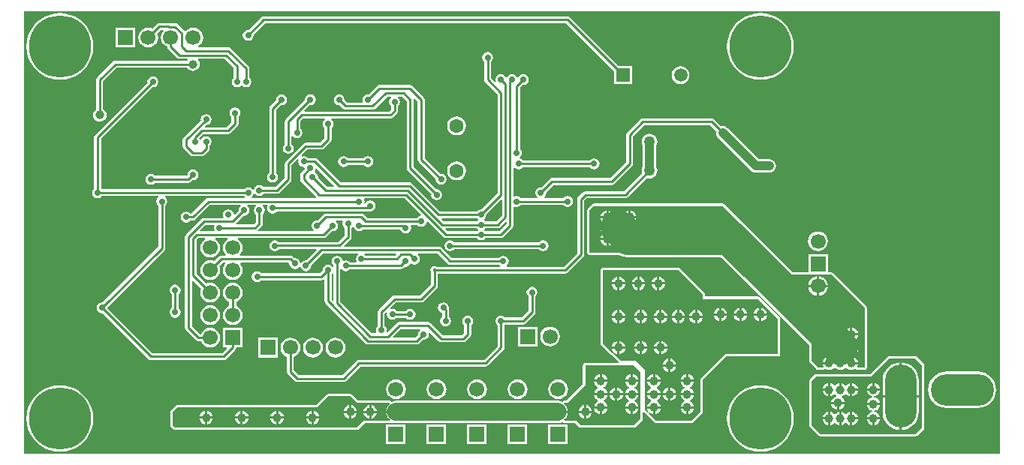
<source format=gbl>
G04 Layer_Physical_Order=2*
G04 Layer_Color=16711680*
%FSLAX25Y25*%
%MOIN*%
G70*
G01*
G75*
%ADD38C,0.01000*%
%ADD40C,0.07874*%
%ADD41C,0.03937*%
%ADD46C,0.15748*%
%ADD48R,0.06693X0.06693*%
%ADD49C,0.06693*%
%ADD50R,0.06693X0.06693*%
%ADD51C,0.27559*%
%ADD52O,0.28000X0.14000*%
%ADD53O,0.14000X0.28000*%
%ADD54C,0.05905*%
%ADD55R,0.05905X0.05905*%
%ADD56C,0.06299*%
%ADD57C,0.02756*%
%ADD58C,0.01618*%
%ADD59C,0.03937*%
%ADD60C,0.05000*%
G36*
X590551Y196850D02*
X157480D01*
Y393701D01*
X590551D01*
Y196850D01*
D02*
G37*
%LPC*%
G36*
X240000Y262927D02*
X238865Y262778D01*
X237808Y262340D01*
X236900Y261643D01*
X236203Y260735D01*
X235765Y259678D01*
X235616Y258543D01*
X235765Y257409D01*
X236203Y256351D01*
X236900Y255443D01*
X237808Y254747D01*
X238865Y254309D01*
X240000Y254159D01*
X241135Y254309D01*
X242192Y254747D01*
X243100Y255443D01*
X243797Y256351D01*
X244235Y257409D01*
X244384Y258543D01*
X244235Y259678D01*
X243797Y260735D01*
X243100Y261643D01*
X242192Y262340D01*
X241135Y262778D01*
X240000Y262927D01*
D02*
G37*
G36*
X250000Y272927D02*
X248865Y272778D01*
X247808Y272340D01*
X246900Y271643D01*
X246203Y270735D01*
X245765Y269678D01*
X245616Y268543D01*
X245765Y267409D01*
X246203Y266351D01*
X246900Y265443D01*
X247808Y264747D01*
X248471Y264472D01*
Y262614D01*
X247808Y262340D01*
X246900Y261643D01*
X246203Y260735D01*
X245765Y259678D01*
X245616Y258543D01*
X245765Y257409D01*
X246203Y256351D01*
X246900Y255443D01*
X247808Y254747D01*
X248865Y254309D01*
X250000Y254159D01*
X251135Y254309D01*
X252192Y254747D01*
X253100Y255443D01*
X253797Y256351D01*
X254235Y257409D01*
X254384Y258543D01*
X254235Y259678D01*
X253797Y260735D01*
X253100Y261643D01*
X252192Y262340D01*
X251529Y262614D01*
Y264472D01*
X252192Y264747D01*
X253100Y265443D01*
X253797Y266351D01*
X254235Y267409D01*
X254384Y268543D01*
X254235Y269678D01*
X253797Y270735D01*
X253100Y271643D01*
X252192Y272340D01*
X251135Y272778D01*
X250000Y272927D01*
D02*
G37*
G36*
X385252Y253362D02*
X376559D01*
Y244669D01*
X385252D01*
Y253362D01*
D02*
G37*
G36*
X580819Y233432D02*
X566819D01*
X565251Y233278D01*
X563743Y232821D01*
X562353Y232078D01*
X561135Y231078D01*
X560135Y229860D01*
X559392Y228470D01*
X558935Y226962D01*
X558780Y225394D01*
X558935Y223825D01*
X559392Y222317D01*
X560135Y220928D01*
X561135Y219709D01*
X562353Y218710D01*
X563743Y217967D01*
X565251Y217510D01*
X566819Y217355D01*
X580819D01*
X582387Y217510D01*
X583895Y217967D01*
X585285Y218710D01*
X586503Y219709D01*
X587503Y220928D01*
X588246Y222317D01*
X588703Y223825D01*
X588858Y225394D01*
X588703Y226962D01*
X588246Y228470D01*
X587503Y229860D01*
X586503Y231078D01*
X585285Y232078D01*
X583895Y232821D01*
X582387Y233278D01*
X580819Y233432D01*
D02*
G37*
G36*
X343504Y264236D02*
X342576Y264051D01*
X341790Y263525D01*
X341264Y262739D01*
X341079Y261811D01*
X341264Y260883D01*
X341790Y260097D01*
X342576Y259571D01*
X342959Y259495D01*
Y257744D01*
X342774Y257620D01*
X342248Y256833D01*
X342064Y255906D01*
X342248Y254978D01*
X342774Y254191D01*
X343560Y253665D01*
X344488Y253481D01*
X345416Y253665D01*
X346203Y254191D01*
X346728Y254978D01*
X346913Y255906D01*
X346728Y256833D01*
X346203Y257620D01*
X346018Y257744D01*
Y260827D01*
X345901Y261412D01*
X345861Y261472D01*
X345929Y261811D01*
X345744Y262739D01*
X345218Y263525D01*
X344432Y264051D01*
X343504Y264236D01*
D02*
G37*
G36*
X380815Y209909D02*
X372122D01*
Y201217D01*
X380815D01*
Y209909D01*
D02*
G37*
G36*
X387795Y291795D02*
X386867Y291610D01*
X386081Y291085D01*
X385957Y290899D01*
X348295D01*
X348171Y291085D01*
X347385Y291610D01*
X346457Y291795D01*
X345529Y291610D01*
X344742Y291085D01*
X344217Y290298D01*
X344032Y289370D01*
X344217Y288442D01*
X344742Y287656D01*
X345529Y287130D01*
X346457Y286946D01*
X347385Y287130D01*
X348171Y287656D01*
X348295Y287841D01*
X385957D01*
X386081Y287656D01*
X386867Y287130D01*
X387795Y286946D01*
X388723Y287130D01*
X389510Y287656D01*
X390035Y288442D01*
X390220Y289370D01*
X390035Y290298D01*
X389510Y291085D01*
X388723Y291610D01*
X387795Y291795D01*
D02*
G37*
G36*
X362815Y209909D02*
X354122D01*
Y201217D01*
X362815D01*
Y209909D01*
D02*
G37*
G36*
X509842Y295723D02*
X508708Y295573D01*
X507651Y295135D01*
X506743Y294439D01*
X506046Y293531D01*
X505608Y292473D01*
X505459Y291339D01*
X505608Y290204D01*
X506046Y289147D01*
X506743Y288239D01*
X507651Y287542D01*
X508708Y287104D01*
X509842Y286955D01*
X510977Y287104D01*
X512035Y287542D01*
X512943Y288239D01*
X513639Y289147D01*
X514077Y290204D01*
X514226Y291339D01*
X514077Y292473D01*
X513639Y293531D01*
X512943Y294439D01*
X512035Y295135D01*
X510977Y295573D01*
X509842Y295723D01*
D02*
G37*
G36*
X553150Y240193D02*
X541339D01*
X540948Y240115D01*
X540618Y239894D01*
X533042Y232319D01*
X508858D01*
X508468Y232241D01*
X508137Y232020D01*
X506169Y230052D01*
X505948Y229721D01*
X505870Y229331D01*
Y209646D01*
X505948Y209256D01*
X506169Y208925D01*
X510106Y204988D01*
X510437Y204767D01*
X510827Y204689D01*
X553150D01*
X553540Y204767D01*
X553871Y204988D01*
X556823Y207941D01*
X557044Y208271D01*
X557122Y208661D01*
Y236221D01*
X557044Y236611D01*
X556823Y236941D01*
X553871Y239894D01*
X553540Y240115D01*
X553150Y240193D01*
D02*
G37*
G36*
X398815Y209909D02*
X390122D01*
Y201217D01*
X398815D01*
Y209909D01*
D02*
G37*
G36*
X390905Y253400D02*
X389771Y253250D01*
X388714Y252812D01*
X387806Y252116D01*
X387109Y251208D01*
X386671Y250150D01*
X386522Y249016D01*
X386671Y247881D01*
X387109Y246824D01*
X387806Y245916D01*
X388714Y245219D01*
X389771Y244781D01*
X390905Y244632D01*
X392040Y244781D01*
X393097Y245219D01*
X394005Y245916D01*
X394702Y246824D01*
X395140Y247881D01*
X395289Y249016D01*
X395140Y250150D01*
X394702Y251208D01*
X394005Y252116D01*
X393097Y252812D01*
X392040Y253250D01*
X390905Y253400D01*
D02*
G37*
G36*
X322468Y229947D02*
X321334Y229798D01*
X320276Y229360D01*
X319369Y228663D01*
X318672Y227755D01*
X318234Y226698D01*
X318085Y225563D01*
X318234Y224428D01*
X318672Y223371D01*
X319369Y222463D01*
X320276Y221766D01*
X321334Y221328D01*
X322468Y221179D01*
X323603Y221328D01*
X324660Y221766D01*
X325568Y222463D01*
X326265Y223371D01*
X326703Y224428D01*
X326852Y225563D01*
X326703Y226698D01*
X326265Y227755D01*
X325568Y228663D01*
X324660Y229360D01*
X323603Y229798D01*
X322468Y229947D01*
D02*
G37*
G36*
X340469D02*
X339334Y229798D01*
X338277Y229360D01*
X337369Y228663D01*
X336672Y227755D01*
X336234Y226698D01*
X336085Y225563D01*
X336234Y224428D01*
X336672Y223371D01*
X337369Y222463D01*
X338277Y221766D01*
X339334Y221328D01*
X340469Y221179D01*
X341603Y221328D01*
X342660Y221766D01*
X343568Y222463D01*
X344265Y223371D01*
X344703Y224428D01*
X344852Y225563D01*
X344703Y226698D01*
X344265Y227755D01*
X343568Y228663D01*
X342660Y229360D01*
X341603Y229798D01*
X340469Y229947D01*
D02*
G37*
G36*
X358469D02*
X357334Y229798D01*
X356276Y229360D01*
X355369Y228663D01*
X354672Y227755D01*
X354234Y226698D01*
X354084Y225563D01*
X354234Y224428D01*
X354672Y223371D01*
X355369Y222463D01*
X356276Y221766D01*
X357334Y221328D01*
X358469Y221179D01*
X359603Y221328D01*
X360661Y221766D01*
X361568Y222463D01*
X362265Y223371D01*
X362703Y224428D01*
X362853Y225563D01*
X362703Y226698D01*
X362265Y227755D01*
X361568Y228663D01*
X360661Y229360D01*
X359603Y229798D01*
X358469Y229947D01*
D02*
G37*
G36*
X382874Y271125D02*
X381946Y270941D01*
X381160Y270415D01*
X380634Y269629D01*
X380450Y268701D01*
X380634Y267773D01*
X381160Y266986D01*
X381345Y266863D01*
Y260476D01*
X378304Y257435D01*
X370933D01*
X370809Y257620D01*
X370022Y258145D01*
X369094Y258330D01*
X368167Y258145D01*
X367380Y257620D01*
X366855Y256833D01*
X366670Y255906D01*
X366855Y254978D01*
X367380Y254191D01*
X367565Y254067D01*
Y244728D01*
X361571Y238734D01*
X306102D01*
X305517Y238618D01*
X305021Y238286D01*
X298579Y231844D01*
X279177D01*
X277120Y233901D01*
Y240023D01*
X277783Y240298D01*
X278691Y240995D01*
X279387Y241902D01*
X279825Y242960D01*
X279975Y244094D01*
X279825Y245229D01*
X279387Y246287D01*
X278691Y247194D01*
X277783Y247891D01*
X276725Y248329D01*
X275590Y248479D01*
X274456Y248329D01*
X273399Y247891D01*
X272491Y247194D01*
X271794Y246287D01*
X271356Y245229D01*
X271207Y244094D01*
X271356Y242960D01*
X271794Y241902D01*
X272491Y240995D01*
X273399Y240298D01*
X274061Y240023D01*
Y233268D01*
X274178Y232682D01*
X274509Y232186D01*
X277462Y229234D01*
X277958Y228902D01*
X278543Y228786D01*
X299213D01*
X299798Y228902D01*
X300294Y229234D01*
X306736Y235675D01*
X362205D01*
X362790Y235792D01*
X363286Y236123D01*
X370176Y243013D01*
X370508Y243509D01*
X370624Y244094D01*
Y254067D01*
X370809Y254191D01*
X370933Y254376D01*
X378937D01*
X379522Y254492D01*
X380018Y254824D01*
X383956Y258761D01*
X384287Y259257D01*
X384403Y259842D01*
Y266863D01*
X384588Y266986D01*
X385114Y267773D01*
X385299Y268701D01*
X385114Y269629D01*
X384588Y270415D01*
X383802Y270941D01*
X382874Y271125D01*
D02*
G37*
G36*
X224410Y272110D02*
X223482Y271925D01*
X222695Y271399D01*
X222169Y270613D01*
X221985Y269685D01*
X222169Y268757D01*
X222695Y267971D01*
X222880Y267847D01*
Y261681D01*
X222695Y261557D01*
X222169Y260770D01*
X221985Y259842D01*
X222169Y258915D01*
X222695Y258128D01*
X223482Y257603D01*
X224410Y257418D01*
X225337Y257603D01*
X226124Y258128D01*
X226649Y258915D01*
X226834Y259842D01*
X226649Y260770D01*
X226124Y261557D01*
X225939Y261681D01*
Y267847D01*
X226124Y267971D01*
X226649Y268757D01*
X226834Y269685D01*
X226649Y270613D01*
X226124Y271399D01*
X225337Y271925D01*
X224410Y272110D01*
D02*
G37*
G36*
X447835Y279563D02*
X414370D01*
X413980Y279485D01*
X413649Y279264D01*
X413428Y278934D01*
X413350Y278543D01*
Y246063D01*
X413428Y245673D01*
X413649Y245342D01*
X417978Y241013D01*
X418098Y240933D01*
X418178Y240813D01*
X421251Y237740D01*
X421044Y237240D01*
X406496D01*
X406106Y237162D01*
X405775Y236941D01*
X405554Y236611D01*
X405477Y236221D01*
Y227784D01*
X398200Y220508D01*
X397314D01*
X397281Y220501D01*
X397248Y220506D01*
X397087Y220463D01*
X396924Y220430D01*
X396896Y220411D01*
X396863Y220403D01*
X396731Y220302D01*
X396593Y220209D01*
X396574Y220181D01*
X396548Y220160D01*
X396494Y220068D01*
X395757Y220373D01*
X394468Y220543D01*
X322468D01*
X321180Y220373D01*
X320443Y220068D01*
X320389Y220161D01*
X320362Y220181D01*
X320344Y220209D01*
X320206Y220301D01*
X320074Y220403D01*
X320041Y220411D01*
X320013Y220430D01*
X319850Y220463D01*
X319689Y220506D01*
X319656Y220501D01*
X319623Y220508D01*
X305540D01*
X302886Y223162D01*
X302555Y223383D01*
X302165Y223461D01*
X292323D01*
X291933Y223383D01*
X291602Y223162D01*
X286979Y218539D01*
X225394D01*
X225004Y218462D01*
X224673Y218241D01*
X222704Y216272D01*
X222483Y215941D01*
X222406Y215551D01*
Y209646D01*
X222483Y209256D01*
X222704Y208925D01*
X223689Y207941D01*
X224019Y207719D01*
X224410Y207642D01*
X305118D01*
X305508Y207719D01*
X305839Y207941D01*
X308493Y210595D01*
X319654D01*
X319687Y210601D01*
X319720Y210597D01*
X319881Y210640D01*
X320044Y210672D01*
X320072Y210691D01*
X320105Y210700D01*
X320236Y210801D01*
X320374Y210893D01*
X320393Y210921D01*
X320420Y210942D01*
X320479Y211043D01*
X321180Y210753D01*
X322468Y210583D01*
X394468D01*
X395757Y210753D01*
X396458Y211043D01*
X396517Y210942D01*
X396544Y210921D01*
X396563Y210893D01*
X396701Y210801D01*
X396832Y210700D01*
X396865Y210691D01*
X396893Y210672D01*
X397056Y210640D01*
X397217Y210597D01*
X397250Y210601D01*
X397284Y210595D01*
X402137D01*
X403807Y208925D01*
X404137Y208704D01*
X404528Y208626D01*
X428150D01*
X428540Y208704D01*
X428871Y208925D01*
X431823Y211877D01*
X432044Y212208D01*
X432122Y212598D01*
Y215335D01*
X432622Y215542D01*
X433727Y214438D01*
X433846Y214358D01*
X433926Y214238D01*
X437271Y210893D01*
X437602Y210672D01*
X437992Y210595D01*
X453740D01*
X454130Y210672D01*
X454461Y210893D01*
X458398Y214830D01*
X458619Y215161D01*
X458697Y215551D01*
Y229893D01*
X468926Y240122D01*
X492126D01*
X492516Y240200D01*
X492847Y240421D01*
X493068Y240752D01*
X493146Y241142D01*
Y256890D01*
X493068Y257280D01*
X492847Y257611D01*
X483989Y266469D01*
X483658Y266690D01*
X483268Y266768D01*
X459681D01*
Y267717D01*
X459603Y268107D01*
X459382Y268438D01*
X448556Y279264D01*
X448225Y279485D01*
X447835Y279563D01*
D02*
G37*
G36*
X285591Y248479D02*
X284456Y248329D01*
X283399Y247891D01*
X282491Y247194D01*
X281794Y246287D01*
X281356Y245229D01*
X281207Y244094D01*
X281356Y242960D01*
X281794Y241902D01*
X282491Y240995D01*
X283399Y240298D01*
X284456Y239860D01*
X285591Y239710D01*
X286725Y239860D01*
X287783Y240298D01*
X288690Y240995D01*
X289387Y241902D01*
X289825Y242960D01*
X289974Y244094D01*
X289825Y245229D01*
X289387Y246287D01*
X288690Y247194D01*
X287783Y247891D01*
X286725Y248329D01*
X285591Y248479D01*
D02*
G37*
G36*
X394468Y229947D02*
X393334Y229798D01*
X392277Y229360D01*
X391369Y228663D01*
X390672Y227755D01*
X390234Y226698D01*
X390085Y225563D01*
X390234Y224428D01*
X390672Y223371D01*
X391369Y222463D01*
X392277Y221766D01*
X393334Y221328D01*
X394468Y221179D01*
X395603Y221328D01*
X396660Y221766D01*
X397568Y222463D01*
X398265Y223371D01*
X398703Y224428D01*
X398852Y225563D01*
X398703Y226698D01*
X398265Y227755D01*
X397568Y228663D01*
X396660Y229360D01*
X395603Y229798D01*
X394468Y229947D01*
D02*
G37*
G36*
X467520Y308106D02*
X410433D01*
X410043Y308029D01*
X409712Y307808D01*
X407744Y305839D01*
X407523Y305508D01*
X407445Y305118D01*
Y286417D01*
X407523Y286027D01*
X407744Y285696D01*
X408074Y285475D01*
X408465Y285398D01*
X421405D01*
X422020Y285069D01*
X423693Y284561D01*
X425433Y284390D01*
X425433Y284390D01*
X466779D01*
X505870Y245299D01*
Y238189D01*
X505948Y237799D01*
X506169Y237468D01*
X509122Y234515D01*
X509452Y234294D01*
X509842Y234217D01*
X511967D01*
X512130Y234249D01*
X512295Y234271D01*
X512324Y234288D01*
X512358Y234294D01*
X512496Y234386D01*
X512640Y234470D01*
X512692Y234516D01*
X513198Y234618D01*
X513267Y234612D01*
X513989Y234313D01*
X514764Y234211D01*
X515539Y234313D01*
X516261Y234612D01*
X516881Y235088D01*
X516974Y235209D01*
X517474D01*
X517568Y235088D01*
X518188Y234612D01*
X518910Y234313D01*
X519685Y234211D01*
X520460Y234313D01*
X521182Y234612D01*
X521802Y235088D01*
X521896Y235209D01*
X522396D01*
X522489Y235088D01*
X523109Y234612D01*
X523831Y234313D01*
X524606Y234211D01*
X525381Y234313D01*
X526103Y234612D01*
X526124Y234627D01*
X526682Y234515D01*
X526710Y234496D01*
X526730Y234470D01*
X526874Y234387D01*
X527013Y234294D01*
X527046Y234288D01*
X527075Y234271D01*
X527240Y234249D01*
X527403Y234217D01*
X530512D01*
X530902Y234294D01*
X531233Y234515D01*
X531454Y234846D01*
X531531Y235236D01*
Y261811D01*
X531454Y262201D01*
X531233Y262532D01*
X516469Y277296D01*
X516138Y277517D01*
X515748Y277594D01*
X514189D01*
Y285685D01*
X505496D01*
Y277594D01*
X498796D01*
X476778Y299612D01*
X475426Y300721D01*
X475213Y300835D01*
X468241Y307808D01*
X467910Y308029D01*
X467520Y308106D01*
D02*
G37*
G36*
X376468Y229947D02*
X375334Y229798D01*
X374276Y229360D01*
X373369Y228663D01*
X372672Y227755D01*
X372234Y226698D01*
X372084Y225563D01*
X372234Y224428D01*
X372672Y223371D01*
X373369Y222463D01*
X374276Y221766D01*
X375334Y221328D01*
X376468Y221179D01*
X377603Y221328D01*
X378660Y221766D01*
X379568Y222463D01*
X380265Y223371D01*
X380703Y224428D01*
X380853Y225563D01*
X380703Y226698D01*
X380265Y227755D01*
X379568Y228663D01*
X378660Y229360D01*
X377603Y229798D01*
X376468Y229947D01*
D02*
G37*
G36*
X269937Y248441D02*
X261244D01*
Y239748D01*
X269937D01*
Y248441D01*
D02*
G37*
G36*
X295590Y248479D02*
X294456Y248329D01*
X293399Y247891D01*
X292491Y247194D01*
X291794Y246287D01*
X291356Y245229D01*
X291207Y244094D01*
X291356Y242960D01*
X291794Y241902D01*
X292491Y240995D01*
X293399Y240298D01*
X294456Y239860D01*
X295590Y239710D01*
X296725Y239860D01*
X297782Y240298D01*
X298691Y240995D01*
X299387Y241902D01*
X299825Y242960D01*
X299974Y244094D01*
X299825Y245229D01*
X299387Y246287D01*
X298691Y247194D01*
X297782Y247891D01*
X296725Y248329D01*
X295590Y248479D01*
D02*
G37*
G36*
X349410Y346863D02*
X348326Y346720D01*
X347317Y346302D01*
X346450Y345637D01*
X345785Y344770D01*
X345367Y343760D01*
X345224Y342677D01*
X345367Y341594D01*
X345785Y340584D01*
X346450Y339718D01*
X347317Y339053D01*
X348326Y338634D01*
X349410Y338492D01*
X350493Y338634D01*
X351502Y339053D01*
X352369Y339718D01*
X353034Y340584D01*
X353452Y341594D01*
X353595Y342677D01*
X353452Y343760D01*
X353034Y344770D01*
X352369Y345637D01*
X351502Y346302D01*
X350493Y346720D01*
X349410Y346863D01*
D02*
G37*
G36*
X173228Y227424D02*
X170909Y227241D01*
X168647Y226698D01*
X166498Y225808D01*
X164514Y224592D01*
X162745Y223081D01*
X161234Y221312D01*
X160019Y219329D01*
X159129Y217180D01*
X158586Y214918D01*
X158403Y212598D01*
X158586Y210279D01*
X159129Y208017D01*
X160019Y205868D01*
X161234Y203884D01*
X162745Y202115D01*
X164514Y200605D01*
X166498Y199389D01*
X168647Y198499D01*
X170909Y197956D01*
X173228Y197773D01*
X175548Y197956D01*
X177810Y198499D01*
X179959Y199389D01*
X181942Y200605D01*
X183711Y202115D01*
X185222Y203884D01*
X186438Y205868D01*
X187328Y208017D01*
X187871Y210279D01*
X188054Y212598D01*
X187871Y214918D01*
X187328Y217180D01*
X186438Y219329D01*
X185222Y221312D01*
X183711Y223081D01*
X181942Y224592D01*
X179959Y225808D01*
X177810Y226698D01*
X175548Y227241D01*
X173228Y227424D01*
D02*
G37*
G36*
X484252D02*
X481933Y227241D01*
X479671Y226698D01*
X477522Y225808D01*
X475538Y224592D01*
X473769Y223081D01*
X472258Y221312D01*
X471043Y219329D01*
X470152Y217180D01*
X469609Y214918D01*
X469427Y212598D01*
X469609Y210279D01*
X470152Y208017D01*
X471043Y205868D01*
X472258Y203884D01*
X473769Y202115D01*
X475538Y200605D01*
X477522Y199389D01*
X479671Y198499D01*
X481933Y197956D01*
X484252Y197773D01*
X486571Y197956D01*
X488833Y198499D01*
X490982Y199389D01*
X492966Y200605D01*
X494735Y202115D01*
X496246Y203884D01*
X497461Y205868D01*
X498352Y208017D01*
X498895Y210279D01*
X499077Y212598D01*
X498895Y214918D01*
X498352Y217180D01*
X497461Y219329D01*
X496246Y221312D01*
X494735Y223081D01*
X492966Y224592D01*
X490982Y225808D01*
X488833Y226698D01*
X486571Y227241D01*
X484252Y227424D01*
D02*
G37*
G36*
X250984Y350850D02*
X250056Y350665D01*
X249270Y350140D01*
X248744Y349353D01*
X248560Y348425D01*
X248744Y347497D01*
X249270Y346711D01*
X249455Y346587D01*
Y344137D01*
X247398Y342081D01*
X237738D01*
X237546Y342543D01*
X238074Y343071D01*
X238189Y343048D01*
X239117Y343232D01*
X239903Y343758D01*
X240429Y344545D01*
X240614Y345472D01*
X240429Y346400D01*
X239903Y347187D01*
X239117Y347712D01*
X238189Y347897D01*
X237261Y347712D01*
X236475Y347187D01*
X235949Y346400D01*
X235764Y345472D01*
X235828Y345150D01*
X228624Y337946D01*
X228249Y337696D01*
X227918Y337199D01*
X227801Y336614D01*
Y333661D01*
X227918Y333076D01*
X228249Y332580D01*
X231202Y329627D01*
X231698Y329296D01*
X232283Y329179D01*
X236221D01*
X236806Y329296D01*
X237302Y329627D01*
X239270Y331596D01*
X239602Y332092D01*
X239718Y332677D01*
Y333792D01*
X239903Y333915D01*
X240429Y334702D01*
X240614Y335630D01*
X240429Y336558D01*
X239903Y337344D01*
X239117Y337870D01*
X238189Y338054D01*
X237261Y337870D01*
X236475Y337344D01*
X236002Y336637D01*
X235728Y336593D01*
X235455Y336637D01*
X235060Y337228D01*
X236854Y339022D01*
X248031D01*
X248617Y339138D01*
X249113Y339470D01*
X252066Y342423D01*
X252397Y342919D01*
X252514Y343504D01*
Y346587D01*
X252699Y346711D01*
X253224Y347497D01*
X253409Y348425D01*
X253224Y349353D01*
X252699Y350140D01*
X251912Y350665D01*
X250984Y350850D01*
D02*
G37*
G36*
X363189Y375456D02*
X362261Y375272D01*
X361475Y374746D01*
X360949Y373959D01*
X360764Y373031D01*
X360949Y372104D01*
X361475Y371317D01*
X361660Y371194D01*
Y363189D01*
X361776Y362604D01*
X362107Y362107D01*
X367502Y356713D01*
Y312578D01*
X360455Y305531D01*
X360236Y305574D01*
X359308Y305390D01*
X358522Y304864D01*
X358398Y304679D01*
X342045D01*
X329666Y317058D01*
X329170Y317389D01*
X328584Y317506D01*
X297846D01*
X287499Y327853D01*
X287003Y328185D01*
X286417Y328301D01*
X283334D01*
X283210Y328486D01*
X282424Y329012D01*
X281496Y329196D01*
X280733Y329045D01*
X280487Y329505D01*
X283114Y332132D01*
X289370D01*
X289955Y332248D01*
X290452Y332580D01*
X293404Y335533D01*
X293736Y336029D01*
X293852Y336614D01*
Y341666D01*
X294037Y341790D01*
X294563Y342576D01*
X294747Y343504D01*
X294563Y344432D01*
X294037Y345218D01*
X293748Y345411D01*
X293900Y345912D01*
X319882D01*
X320467Y346028D01*
X320963Y346359D01*
X322932Y348328D01*
X323263Y348824D01*
X323380Y349409D01*
Y351508D01*
X323565Y351632D01*
X324090Y352419D01*
X324275Y353346D01*
X324090Y354274D01*
X323565Y355061D01*
X323323Y355223D01*
X323475Y355723D01*
X325185D01*
X327211Y353697D01*
Y323819D01*
X327327Y323234D01*
X327659Y322737D01*
X338170Y312226D01*
X338127Y312008D01*
X338311Y311080D01*
X338837Y310294D01*
X339623Y309768D01*
X340551Y309583D01*
X341479Y309768D01*
X342266Y310294D01*
X342791Y311080D01*
X342976Y312008D01*
X342791Y312936D01*
X342266Y313722D01*
X341479Y314248D01*
X340551Y314432D01*
X340333Y314389D01*
X330270Y324452D01*
Y354331D01*
X330153Y354916D01*
X330046Y355076D01*
X330435Y355395D01*
X332132Y353697D01*
Y327756D01*
X332248Y327171D01*
X332580Y326675D01*
X340139Y319116D01*
X340095Y318898D01*
X340280Y317970D01*
X340805Y317183D01*
X341592Y316658D01*
X342520Y316473D01*
X343447Y316658D01*
X344234Y317183D01*
X344760Y317970D01*
X344944Y318898D01*
X344760Y319826D01*
X344234Y320612D01*
X343447Y321138D01*
X342520Y321322D01*
X342302Y321279D01*
X335191Y328389D01*
Y354331D01*
X335074Y354916D01*
X334743Y355412D01*
X329822Y360333D01*
X329325Y360665D01*
X328740Y360781D01*
X314961D01*
X314375Y360665D01*
X313879Y360333D01*
X310258Y356712D01*
X310039Y356755D01*
X309111Y356571D01*
X308325Y356045D01*
X307799Y355258D01*
X307615Y354331D01*
X307784Y353482D01*
X307547Y352982D01*
X300756D01*
X299625Y354113D01*
X299669Y354331D01*
X299484Y355258D01*
X298958Y356045D01*
X298172Y356571D01*
X297244Y356755D01*
X296316Y356571D01*
X295530Y356045D01*
X295004Y355258D01*
X294819Y354331D01*
X295004Y353403D01*
X295530Y352616D01*
X296316Y352091D01*
X297244Y351906D01*
X297462Y351950D01*
X299041Y350371D01*
X299537Y350040D01*
X300122Y349923D01*
X312083D01*
X312668Y350040D01*
X313164Y350371D01*
X318515Y355723D01*
X320226D01*
X320378Y355223D01*
X320136Y355061D01*
X319610Y354274D01*
X319426Y353346D01*
X319610Y352419D01*
X320136Y351632D01*
X320321Y351508D01*
Y350043D01*
X319248Y348970D01*
X281905D01*
X281713Y349432D01*
X284231Y351950D01*
X284449Y351906D01*
X285377Y352091D01*
X286163Y352616D01*
X286689Y353403D01*
X286873Y354331D01*
X286689Y355258D01*
X286163Y356045D01*
X285377Y356571D01*
X284449Y356755D01*
X283521Y356571D01*
X282734Y356045D01*
X282209Y355258D01*
X282024Y354331D01*
X282068Y354113D01*
X273525Y345570D01*
X273193Y345074D01*
X273077Y344488D01*
Y334515D01*
X272892Y334392D01*
X272366Y333605D01*
X272182Y332677D01*
X272366Y331749D01*
X272892Y330963D01*
X273678Y330437D01*
X274606Y330253D01*
X275534Y330437D01*
X276321Y330963D01*
X276846Y331749D01*
X277031Y332677D01*
X276846Y333605D01*
X276321Y334392D01*
X276136Y334515D01*
Y337990D01*
X276636Y338142D01*
X276829Y337853D01*
X277615Y337327D01*
X278543Y337142D01*
X279471Y337327D01*
X280258Y337853D01*
X280783Y338639D01*
X280968Y339567D01*
X280783Y340495D01*
X280258Y341281D01*
X280073Y341405D01*
Y344839D01*
X281145Y345912D01*
X290746D01*
X290898Y345411D01*
X290608Y345218D01*
X290083Y344432D01*
X289898Y343504D01*
X290083Y342576D01*
X290608Y341790D01*
X290793Y341666D01*
Y337248D01*
X288737Y335191D01*
X282480D01*
X281895Y335074D01*
X281399Y334743D01*
X273525Y326869D01*
X273193Y326373D01*
X273077Y325787D01*
Y319531D01*
X269052Y315506D01*
X263649D01*
X263525Y315691D01*
X262739Y316216D01*
X261811Y316401D01*
X260883Y316216D01*
X260097Y315691D01*
X259571Y314904D01*
X259457Y314330D01*
X258926Y314225D01*
X258604Y314706D01*
X257818Y315232D01*
X256890Y315417D01*
X255962Y315232D01*
X255175Y314706D01*
X255052Y314522D01*
X191799D01*
X191675Y314706D01*
X191490Y314830D01*
Y336965D01*
X214349Y359824D01*
X214567Y359780D01*
X215495Y359965D01*
X216281Y360490D01*
X216807Y361277D01*
X216991Y362205D01*
X216807Y363133D01*
X216281Y363919D01*
X215495Y364445D01*
X214567Y364629D01*
X213639Y364445D01*
X212853Y363919D01*
X212327Y363133D01*
X212142Y362205D01*
X212186Y361986D01*
X188879Y338680D01*
X188548Y338184D01*
X188431Y337598D01*
Y314830D01*
X188246Y314706D01*
X187721Y313920D01*
X187536Y312992D01*
X187721Y312064D01*
X188246Y311278D01*
X189033Y310752D01*
X189961Y310568D01*
X190889Y310752D01*
X191675Y311278D01*
X191799Y311463D01*
X216927D01*
X217079Y310963D01*
X216790Y310770D01*
X216264Y309983D01*
X216079Y309055D01*
X216264Y308127D01*
X216790Y307341D01*
X216974Y307217D01*
Y289019D01*
X192147Y264192D01*
X191929Y264236D01*
X191001Y264051D01*
X190215Y263525D01*
X189689Y262739D01*
X189505Y261811D01*
X189689Y260883D01*
X190215Y260097D01*
X191001Y259571D01*
X191929Y259386D01*
X192147Y259430D01*
X212501Y239076D01*
X212997Y238744D01*
X213583Y238628D01*
X246063D01*
X246648Y238744D01*
X247144Y239076D01*
X251081Y243013D01*
X251413Y243509D01*
X251529Y244094D01*
Y244197D01*
X254346D01*
Y252890D01*
X245654D01*
Y244197D01*
X247286D01*
X247478Y243735D01*
X245429Y241687D01*
X214216D01*
X194310Y261593D01*
X194354Y261811D01*
X194310Y262029D01*
X219585Y287304D01*
X219917Y287801D01*
X220033Y288386D01*
Y307217D01*
X220218Y307341D01*
X220744Y308127D01*
X220929Y309055D01*
X220744Y309983D01*
X220218Y310770D01*
X219929Y310963D01*
X220081Y311463D01*
X255052D01*
X255175Y311278D01*
X255465Y311085D01*
X255313Y310584D01*
X239173D01*
X238588Y310468D01*
X238092Y310137D01*
X231650Y303695D01*
X231169D01*
X231045Y303880D01*
X230258Y304405D01*
X229331Y304590D01*
X228403Y304405D01*
X227616Y303880D01*
X227091Y303093D01*
X226906Y302165D01*
X227091Y301238D01*
X227616Y300451D01*
X228403Y299925D01*
X229331Y299741D01*
X230258Y299925D01*
X231045Y300451D01*
X231169Y300636D01*
X232283D01*
X232869Y300752D01*
X233365Y301084D01*
X239807Y307526D01*
X253344D01*
X253496Y307026D01*
X253207Y306833D01*
X252681Y306046D01*
X252497Y305118D01*
X252540Y304900D01*
X250937Y303296D01*
X250394Y303461D01*
X250272Y304077D01*
X249746Y304864D01*
X248959Y305390D01*
X248031Y305574D01*
X247104Y305390D01*
X246317Y304864D01*
X245792Y304077D01*
X245607Y303150D01*
X245792Y302222D01*
X245828Y302167D01*
X245592Y301726D01*
X237205D01*
X236619Y301610D01*
X236123Y301278D01*
X229234Y294389D01*
X228902Y293892D01*
X228786Y293307D01*
Y252953D01*
X228902Y252367D01*
X229234Y251871D01*
X233643Y247462D01*
X234139Y247130D01*
X234724Y247014D01*
X235929D01*
X236203Y246351D01*
X236900Y245443D01*
X237808Y244747D01*
X238865Y244309D01*
X240000Y244159D01*
X241135Y244309D01*
X242192Y244747D01*
X243100Y245443D01*
X243797Y246351D01*
X244235Y247409D01*
X244384Y248543D01*
X244235Y249678D01*
X243797Y250735D01*
X243100Y251643D01*
X242192Y252340D01*
X241135Y252778D01*
X240000Y252927D01*
X238865Y252778D01*
X237808Y252340D01*
X236900Y251643D01*
X236203Y250735D01*
X235929Y250073D01*
X235358D01*
X231844Y253586D01*
Y273883D01*
X232306Y274074D01*
X236040Y270340D01*
X235765Y269678D01*
X235616Y268543D01*
X235765Y267409D01*
X236203Y266351D01*
X236900Y265443D01*
X237808Y264747D01*
X238865Y264309D01*
X240000Y264159D01*
X241135Y264309D01*
X242192Y264747D01*
X243100Y265443D01*
X243797Y266351D01*
X244235Y267409D01*
X244384Y268543D01*
X244235Y269678D01*
X243797Y270735D01*
X243100Y271643D01*
X242192Y272340D01*
X241135Y272778D01*
X240000Y272927D01*
X238865Y272778D01*
X238203Y272503D01*
X233844Y276862D01*
Y291845D01*
X234761Y292762D01*
X237598D01*
X237706Y292262D01*
X236900Y291643D01*
X236203Y290735D01*
X235765Y289678D01*
X235616Y288543D01*
X235765Y287409D01*
X236203Y286351D01*
X236900Y285443D01*
X237808Y284747D01*
X238865Y284309D01*
X240000Y284159D01*
X241135Y284309D01*
X242192Y284747D01*
X243100Y285443D01*
X243797Y286351D01*
X244235Y287409D01*
X244384Y288543D01*
X244235Y289678D01*
X243797Y290735D01*
X243100Y291643D01*
X242294Y292262D01*
X242402Y292762D01*
X247598D01*
X247706Y292262D01*
X246900Y291643D01*
X246203Y290735D01*
X245765Y289678D01*
X245616Y288543D01*
X245765Y287409D01*
X246203Y286351D01*
X246861Y285494D01*
X246767Y285050D01*
X246747Y284994D01*
X244921D01*
X244336Y284877D01*
X243840Y284546D01*
X241797Y282503D01*
X241135Y282778D01*
X240000Y282927D01*
X238865Y282778D01*
X237808Y282340D01*
X236900Y281643D01*
X236203Y280735D01*
X235765Y279678D01*
X235616Y278543D01*
X235765Y277409D01*
X236203Y276351D01*
X236900Y275443D01*
X237808Y274747D01*
X238865Y274309D01*
X240000Y274159D01*
X241135Y274309D01*
X242192Y274747D01*
X243100Y275443D01*
X243797Y276351D01*
X244235Y277409D01*
X244384Y278543D01*
X244235Y279678D01*
X243960Y280341D01*
X245555Y281935D01*
X246494D01*
X246740Y281435D01*
X246203Y280735D01*
X245765Y279678D01*
X245616Y278543D01*
X245765Y277409D01*
X246203Y276351D01*
X246900Y275443D01*
X247808Y274747D01*
X248865Y274309D01*
X250000Y274159D01*
X251135Y274309D01*
X252192Y274747D01*
X253100Y275443D01*
X253797Y276351D01*
X254235Y277409D01*
X254384Y278543D01*
X254235Y279678D01*
X253797Y280735D01*
X253260Y281435D01*
X253506Y281935D01*
X274770D01*
X275137Y281510D01*
X275134Y281496D01*
X275319Y280568D01*
X275845Y279782D01*
X276631Y279256D01*
X277559Y279071D01*
X278487Y279256D01*
X279274Y279782D01*
X279595Y280263D01*
X280126Y280158D01*
X280240Y279584D01*
X280766Y278797D01*
X281553Y278272D01*
X282480Y278087D01*
X283408Y278272D01*
X284195Y278797D01*
X284720Y279584D01*
X284905Y280512D01*
X284861Y280730D01*
X290035Y285904D01*
X305557D01*
X305709Y285404D01*
X305372Y285179D01*
X304847Y284392D01*
X304662Y283465D01*
X304847Y282537D01*
X304883Y282482D01*
X304647Y282041D01*
X302035D01*
X301911Y282226D01*
X301125Y282752D01*
X300197Y282936D01*
X299269Y282752D01*
X299155Y282676D01*
X298600Y282906D01*
X298500Y283408D01*
X297974Y284195D01*
X297188Y284720D01*
X296260Y284905D01*
X295332Y284720D01*
X294545Y284195D01*
X294020Y283408D01*
X293835Y282480D01*
X294020Y281553D01*
X294545Y280766D01*
X294730Y280642D01*
Y280120D01*
X294231Y279969D01*
X294037Y280258D01*
X293251Y280783D01*
X292323Y280968D01*
X291395Y280783D01*
X290608Y280258D01*
X290083Y279471D01*
X289898Y278543D01*
X289942Y278325D01*
X288737Y277120D01*
X262665D01*
X262541Y277305D01*
X261755Y277831D01*
X260827Y278015D01*
X259899Y277831D01*
X259112Y277305D01*
X258587Y276518D01*
X258402Y275590D01*
X258587Y274663D01*
X259112Y273876D01*
X259899Y273351D01*
X260827Y273166D01*
X261755Y273351D01*
X262541Y273876D01*
X262665Y274061D01*
X289370D01*
X289955Y274178D01*
X290293Y274404D01*
X290793Y274189D01*
Y264764D01*
X290910Y264178D01*
X291241Y263682D01*
X308958Y245966D01*
X309454Y245634D01*
X310039Y245518D01*
X331693D01*
X332278Y245634D01*
X332774Y245966D01*
X334427Y247619D01*
X334646Y247575D01*
X335574Y247760D01*
X336360Y248286D01*
X336886Y249072D01*
X337070Y250000D01*
X336918Y250763D01*
X337379Y251009D01*
X341438Y246950D01*
X341934Y246619D01*
X342520Y246502D01*
X352362D01*
X352947Y246619D01*
X353444Y246950D01*
X355412Y248919D01*
X355744Y249415D01*
X355860Y250000D01*
Y254067D01*
X356045Y254191D01*
X356571Y254978D01*
X356755Y255906D01*
X356571Y256833D01*
X356045Y257620D01*
X355258Y258145D01*
X354331Y258330D01*
X353403Y258145D01*
X352616Y257620D01*
X352091Y256833D01*
X351906Y255906D01*
X352091Y254978D01*
X352616Y254191D01*
X352801Y254067D01*
Y250634D01*
X351729Y249561D01*
X343153D01*
X337696Y255018D01*
X337199Y255350D01*
X336614Y255466D01*
X323819D01*
X323234Y255350D01*
X322738Y255018D01*
X318678Y250959D01*
X318218Y251206D01*
X318369Y251969D01*
X318185Y252896D01*
X317659Y253683D01*
X317474Y253806D01*
Y259209D01*
X318132Y259867D01*
X318593Y259621D01*
X318442Y258858D01*
X318626Y257930D01*
X319152Y257144D01*
X319938Y256618D01*
X320866Y256434D01*
X321794Y256618D01*
X322581Y257144D01*
X322704Y257329D01*
X326902D01*
X327026Y257144D01*
X327812Y256618D01*
X328740Y256434D01*
X329668Y256618D01*
X330455Y257144D01*
X330980Y257930D01*
X331165Y258858D01*
X330980Y259786D01*
X330455Y260573D01*
X329668Y261098D01*
X328740Y261283D01*
X327812Y261098D01*
X327026Y260573D01*
X326902Y260388D01*
X322704D01*
X322581Y260573D01*
X321794Y261098D01*
X320866Y261283D01*
X320104Y261131D01*
X319857Y261592D01*
X322484Y264219D01*
X333661D01*
X334247Y264335D01*
X334743Y264667D01*
X340648Y270572D01*
X340980Y271068D01*
X341096Y271654D01*
Y277014D01*
X397638D01*
X398223Y277130D01*
X398719Y277462D01*
X405609Y284352D01*
X405940Y284848D01*
X406057Y285433D01*
Y309406D01*
X407130Y310478D01*
X424213D01*
X424798Y310595D01*
X425294Y310926D01*
X433890Y319522D01*
X434126Y319425D01*
X435039Y319304D01*
X435953Y319425D01*
X436804Y319777D01*
X437536Y320338D01*
X438097Y321070D01*
X438449Y321921D01*
X438570Y322835D01*
X438449Y323748D01*
X438097Y324600D01*
X438033Y324682D01*
Y333783D01*
X438097Y333865D01*
X438449Y334716D01*
X438570Y335630D01*
X438449Y336544D01*
X438097Y337395D01*
X437536Y338126D01*
X436804Y338687D01*
X435953Y339040D01*
X435039Y339160D01*
X434126Y339040D01*
X433274Y338687D01*
X432543Y338126D01*
X431982Y337395D01*
X431630Y336544D01*
X431509Y335630D01*
X431630Y334716D01*
X431982Y333865D01*
X432045Y333783D01*
Y324682D01*
X431982Y324600D01*
X431630Y323748D01*
X431509Y322835D01*
X431630Y321921D01*
X431727Y321685D01*
X423579Y313537D01*
X406496D01*
X405911Y313421D01*
X405415Y313089D01*
X403446Y311121D01*
X403115Y310625D01*
X402998Y310039D01*
Y286067D01*
X397004Y280073D01*
X371656D01*
X371504Y280573D01*
X371793Y280766D01*
X372319Y281553D01*
X372503Y282480D01*
X372319Y283408D01*
X371793Y284195D01*
X371007Y284720D01*
X370079Y284905D01*
X369151Y284720D01*
X368364Y284195D01*
X368241Y284010D01*
X347090D01*
X342585Y288514D01*
X342089Y288846D01*
X341504Y288963D01*
X299653D01*
X299461Y289424D01*
X302262Y292226D01*
X302594Y292722D01*
X302711Y293307D01*
Y297375D01*
X302895Y297498D01*
X303217Y297980D01*
X303748Y297874D01*
X303862Y297301D01*
X304388Y296514D01*
X305174Y295988D01*
X306102Y295804D01*
X307030Y295988D01*
X307817Y296514D01*
X307940Y296699D01*
X324455D01*
X324532Y296316D01*
X325057Y295530D01*
X325844Y295004D01*
X326772Y294819D01*
X327699Y295004D01*
X328486Y295530D01*
X329012Y296316D01*
X329196Y297244D01*
X329012Y298172D01*
X328975Y298226D01*
X329211Y298668D01*
X331823D01*
X331947Y298482D01*
X332734Y297957D01*
X333661Y297772D01*
X334589Y297957D01*
X335376Y298482D01*
X335901Y299269D01*
X336045Y299989D01*
X336560Y300181D01*
X343531Y293210D01*
X344027Y292878D01*
X344613Y292762D01*
X358398D01*
X358522Y292577D01*
X359308Y292051D01*
X360236Y291867D01*
X361164Y292051D01*
X361951Y292577D01*
X362074Y292762D01*
X369094D01*
X369680Y292878D01*
X370176Y293210D01*
X374113Y297147D01*
X374445Y297643D01*
X374561Y298228D01*
Y306616D01*
X375002Y306852D01*
X375056Y306815D01*
X375984Y306631D01*
X376912Y306815D01*
X377699Y307341D01*
X377822Y307526D01*
X396784D01*
X396908Y307341D01*
X397694Y306815D01*
X398622Y306631D01*
X399550Y306815D01*
X400337Y307341D01*
X400862Y308127D01*
X401047Y309055D01*
X400862Y309983D01*
X400337Y310770D01*
X399550Y311295D01*
X398622Y311480D01*
X397694Y311295D01*
X396908Y310770D01*
X396784Y310584D01*
X388388D01*
X388236Y311085D01*
X388525Y311278D01*
X389051Y312064D01*
X389236Y312992D01*
X389192Y313210D01*
X392366Y316384D01*
X418307D01*
X418892Y316500D01*
X419388Y316832D01*
X427262Y324706D01*
X427594Y325202D01*
X427710Y325787D01*
Y337949D01*
X432720Y342959D01*
X461965D01*
X464622Y340301D01*
X464526Y339567D01*
X464628Y338792D01*
X464927Y338070D01*
X465403Y337450D01*
X480166Y322686D01*
X480786Y322210D01*
X481508Y321911D01*
X482283Y321809D01*
X488189D01*
X488964Y321911D01*
X489686Y322210D01*
X490306Y322686D01*
X490782Y323306D01*
X491081Y324028D01*
X491183Y324803D01*
X491081Y325578D01*
X490782Y326300D01*
X490306Y326920D01*
X489686Y327396D01*
X488964Y327695D01*
X488189Y327797D01*
X483524D01*
X469637Y341684D01*
X469017Y342160D01*
X468295Y342459D01*
X467520Y342561D01*
X466785Y342464D01*
X463680Y345570D01*
X463184Y345901D01*
X462598Y346018D01*
X432087D01*
X431501Y345901D01*
X431005Y345570D01*
X425100Y339664D01*
X424768Y339168D01*
X424652Y338583D01*
Y326421D01*
X417674Y319443D01*
X391732D01*
X391147Y319326D01*
X390651Y318995D01*
X387029Y315373D01*
X386811Y315417D01*
X385883Y315232D01*
X385097Y314706D01*
X384571Y313920D01*
X384386Y312992D01*
X384571Y312064D01*
X385097Y311278D01*
X385386Y311085D01*
X385234Y310584D01*
X377822D01*
X377699Y310770D01*
X376912Y311295D01*
X375984Y311480D01*
X375056Y311295D01*
X375002Y311259D01*
X374561Y311494D01*
Y324211D01*
X375061Y324362D01*
X375254Y324073D01*
X376041Y323547D01*
X376969Y323363D01*
X377896Y323547D01*
X378683Y324073D01*
X378806Y324258D01*
X408595D01*
X408719Y324073D01*
X409505Y323547D01*
X410433Y323363D01*
X411361Y323547D01*
X412148Y324073D01*
X412673Y324860D01*
X412858Y325787D01*
X412673Y326715D01*
X412148Y327502D01*
X411361Y328027D01*
X410433Y328212D01*
X409505Y328027D01*
X408719Y327502D01*
X408595Y327317D01*
X378806D01*
X378683Y327502D01*
X377896Y328027D01*
X377322Y328141D01*
X377217Y328672D01*
X377699Y328994D01*
X378224Y329781D01*
X378409Y330709D01*
X378224Y331637D01*
X377699Y332423D01*
X377514Y332547D01*
Y359603D01*
X378719Y360808D01*
X378937Y360764D01*
X379865Y360949D01*
X380651Y361475D01*
X381177Y362261D01*
X381362Y363189D01*
X381177Y364117D01*
X380651Y364903D01*
X379865Y365429D01*
X378937Y365614D01*
X378009Y365429D01*
X377223Y364903D01*
X376750Y364196D01*
X376476Y364152D01*
X376203Y364196D01*
X375730Y364903D01*
X374944Y365429D01*
X374016Y365614D01*
X373088Y365429D01*
X372301Y364903D01*
X371829Y364196D01*
X371555Y364152D01*
X371282Y364196D01*
X370809Y364903D01*
X370022Y365429D01*
X369094Y365614D01*
X368167Y365429D01*
X367380Y364903D01*
X366855Y364117D01*
X366670Y363189D01*
X366822Y362426D01*
X366361Y362180D01*
X364718Y363823D01*
Y371194D01*
X364903Y371317D01*
X365429Y372104D01*
X365614Y373031D01*
X365429Y373959D01*
X364903Y374746D01*
X364117Y375272D01*
X363189Y375456D01*
D02*
G37*
G36*
X349410Y326863D02*
X348326Y326720D01*
X347317Y326302D01*
X346450Y325637D01*
X345785Y324770D01*
X345367Y323760D01*
X345224Y322677D01*
X345367Y321594D01*
X345785Y320585D01*
X346450Y319718D01*
X347317Y319053D01*
X348326Y318634D01*
X349410Y318492D01*
X350493Y318634D01*
X351502Y319053D01*
X352369Y319718D01*
X353034Y320585D01*
X353452Y321594D01*
X353595Y322677D01*
X353452Y323760D01*
X353034Y324770D01*
X352369Y325637D01*
X351502Y326302D01*
X350493Y326720D01*
X349410Y326863D01*
D02*
G37*
G36*
X310044Y329201D02*
X309116Y329016D01*
X308330Y328491D01*
X308203Y328301D01*
X301051D01*
X300927Y328486D01*
X300140Y329012D01*
X299213Y329196D01*
X298285Y329012D01*
X297498Y328486D01*
X296973Y327699D01*
X296788Y326772D01*
X296973Y325844D01*
X297498Y325057D01*
X298285Y324532D01*
X299213Y324347D01*
X300140Y324532D01*
X300927Y325057D01*
X301051Y325242D01*
X308209D01*
X308330Y325062D01*
X309116Y324536D01*
X310044Y324352D01*
X310972Y324536D01*
X311758Y325062D01*
X312284Y325849D01*
X312469Y326776D01*
X312284Y327704D01*
X311758Y328491D01*
X310972Y329016D01*
X310044Y329201D01*
D02*
G37*
G36*
X232283Y323291D02*
X231356Y323106D01*
X230569Y322581D01*
X230044Y321794D01*
X229859Y320866D01*
X229862Y320852D01*
X229494Y320427D01*
X215421D01*
X215297Y320612D01*
X214510Y321138D01*
X213583Y321322D01*
X212655Y321138D01*
X211868Y320612D01*
X211343Y319826D01*
X211158Y318898D01*
X211343Y317970D01*
X211868Y317183D01*
X212655Y316658D01*
X213583Y316473D01*
X214510Y316658D01*
X215297Y317183D01*
X215421Y317368D01*
X230315D01*
X230900Y317485D01*
X231396Y317816D01*
X232065Y318485D01*
X232283Y318442D01*
X233211Y318626D01*
X233998Y319152D01*
X234523Y319938D01*
X234708Y320866D01*
X234523Y321794D01*
X233998Y322581D01*
X233211Y323106D01*
X232283Y323291D01*
D02*
G37*
G36*
X271654Y356755D02*
X270726Y356571D01*
X269939Y356045D01*
X269414Y355258D01*
X269229Y354331D01*
X269272Y354113D01*
X266635Y351475D01*
X266304Y350979D01*
X266187Y350394D01*
Y321720D01*
X266002Y321596D01*
X265477Y320810D01*
X265292Y319882D01*
X265477Y318954D01*
X266002Y318167D01*
X266789Y317642D01*
X267717Y317457D01*
X268644Y317642D01*
X269431Y318167D01*
X269956Y318954D01*
X270141Y319882D01*
X269956Y320810D01*
X269431Y321596D01*
X269246Y321720D01*
Y349760D01*
X271435Y351950D01*
X271654Y351906D01*
X272581Y352091D01*
X273368Y352616D01*
X273893Y353403D01*
X274078Y354331D01*
X273893Y355258D01*
X273368Y356045D01*
X272581Y356571D01*
X271654Y356755D01*
D02*
G37*
G36*
X484252Y392778D02*
X481933Y392596D01*
X479671Y392052D01*
X477522Y391162D01*
X475538Y389947D01*
X473769Y388436D01*
X472258Y386667D01*
X471043Y384683D01*
X470152Y382534D01*
X469609Y380272D01*
X469427Y377953D01*
X469609Y375634D01*
X470152Y373372D01*
X471043Y371222D01*
X472258Y369239D01*
X473769Y367470D01*
X475538Y365959D01*
X477522Y364743D01*
X479671Y363853D01*
X481933Y363310D01*
X484252Y363127D01*
X486571Y363310D01*
X488833Y363853D01*
X490982Y364743D01*
X492966Y365959D01*
X494735Y367470D01*
X496246Y369239D01*
X497461Y371222D01*
X498352Y373372D01*
X498895Y375634D01*
X499077Y377953D01*
X498895Y380272D01*
X498352Y382534D01*
X497461Y384683D01*
X496246Y386667D01*
X494735Y388436D01*
X492966Y389947D01*
X490982Y391162D01*
X488833Y392052D01*
X486571Y392596D01*
X484252Y392778D01*
D02*
G37*
G36*
X173228D02*
X170909Y392596D01*
X168647Y392052D01*
X166498Y391162D01*
X164514Y389947D01*
X162745Y388436D01*
X161234Y386667D01*
X160019Y384683D01*
X159129Y382534D01*
X158586Y380272D01*
X158403Y377953D01*
X158586Y375634D01*
X159129Y373372D01*
X160019Y371222D01*
X161234Y369239D01*
X162745Y367470D01*
X164514Y365959D01*
X166498Y364743D01*
X168647Y363853D01*
X170909Y363310D01*
X173228Y363127D01*
X175548Y363310D01*
X177810Y363853D01*
X179959Y364743D01*
X181942Y365959D01*
X183711Y367470D01*
X185222Y369239D01*
X186438Y371222D01*
X187328Y373372D01*
X187871Y375634D01*
X188054Y377953D01*
X187871Y380272D01*
X187328Y382534D01*
X186438Y384683D01*
X185222Y386667D01*
X183711Y388436D01*
X181942Y389947D01*
X179959Y391162D01*
X177810Y392052D01*
X175548Y392596D01*
X173228Y392778D01*
D02*
G37*
G36*
X221457Y388340D02*
X217362D01*
X216777Y388224D01*
X216281Y387893D01*
X214238Y385850D01*
X213576Y386124D01*
X212441Y386274D01*
X211306Y386124D01*
X210249Y385686D01*
X209341Y384990D01*
X208644Y384082D01*
X208206Y383024D01*
X208057Y381890D01*
X208206Y380755D01*
X208644Y379698D01*
X209341Y378790D01*
X210249Y378093D01*
X211306Y377655D01*
X212441Y377506D01*
X213576Y377655D01*
X214633Y378093D01*
X215541Y378790D01*
X216238Y379698D01*
X216675Y380755D01*
X216825Y381890D01*
X216675Y383024D01*
X216401Y383687D01*
X217996Y385282D01*
X218935D01*
X219181Y384782D01*
X218644Y384082D01*
X218206Y383024D01*
X218057Y381890D01*
X218206Y380755D01*
X218644Y379698D01*
X219341Y378790D01*
X220249Y378093D01*
X220941Y377807D01*
X221028Y377367D01*
X221359Y376871D01*
X225296Y372934D01*
X225793Y372603D01*
X226378Y372486D01*
X229759D01*
X230006Y371986D01*
X229715Y371608D01*
X197835D01*
X197249Y371492D01*
X196753Y371160D01*
X189863Y364270D01*
X189532Y363774D01*
X189416Y363189D01*
Y350009D01*
X188828Y349558D01*
X188352Y348938D01*
X188053Y348216D01*
X187951Y347441D01*
X188053Y346666D01*
X188352Y345944D01*
X188828Y345324D01*
X189448Y344848D01*
X190170Y344549D01*
X190945Y344447D01*
X191720Y344549D01*
X192442Y344848D01*
X193062Y345324D01*
X193538Y345944D01*
X193837Y346666D01*
X193939Y347441D01*
X193837Y348216D01*
X193538Y348938D01*
X193062Y349558D01*
X192474Y350009D01*
Y362556D01*
X198468Y368549D01*
X229715D01*
X230166Y367962D01*
X230786Y367486D01*
X231508Y367187D01*
X232283Y367085D01*
X233058Y367187D01*
X233781Y367486D01*
X234401Y367962D01*
X234876Y368582D01*
X235176Y369304D01*
X235278Y370079D01*
X235176Y370854D01*
X234876Y371576D01*
X234561Y371986D01*
X234808Y372486D01*
X246414D01*
X250439Y368461D01*
Y364043D01*
X250254Y363919D01*
X249728Y363133D01*
X249544Y362205D01*
X249728Y361277D01*
X250254Y360490D01*
X251041Y359965D01*
X251969Y359780D01*
X252896Y359965D01*
X253683Y360490D01*
X253687Y360496D01*
X254187D01*
X254191Y360490D01*
X254978Y359965D01*
X255906Y359780D01*
X256833Y359965D01*
X257620Y360490D01*
X258145Y361277D01*
X258330Y362205D01*
X258145Y363133D01*
X257620Y363919D01*
X257435Y364043D01*
Y368110D01*
X257318Y368695D01*
X256987Y369192D01*
X249081Y377097D01*
X248585Y377429D01*
X248000Y377545D01*
X234616D01*
X234517Y378045D01*
X234633Y378093D01*
X235541Y378790D01*
X236238Y379698D01*
X236676Y380755D01*
X236825Y381890D01*
X236676Y383024D01*
X236238Y384082D01*
X235541Y384990D01*
X234633Y385686D01*
X233576Y386124D01*
X232441Y386274D01*
X231306Y386124D01*
X230249Y385686D01*
X229341Y384990D01*
X229152Y384743D01*
X228537Y384764D01*
X228444Y384904D01*
X225530Y387818D01*
X225034Y388149D01*
X224448Y388266D01*
X221833D01*
X221457Y388340D01*
D02*
G37*
G36*
X206787Y386236D02*
X198094D01*
Y377543D01*
X206787D01*
Y386236D01*
D02*
G37*
G36*
X344815Y209909D02*
X336122D01*
Y201217D01*
X344815D01*
Y209909D01*
D02*
G37*
G36*
X326815D02*
X318122D01*
Y201217D01*
X326815D01*
Y209909D01*
D02*
G37*
G36*
X448819Y369144D02*
X447787Y369008D01*
X446826Y368610D01*
X446000Y367977D01*
X445366Y367151D01*
X444968Y366189D01*
X444832Y365158D01*
X444968Y364126D01*
X445366Y363164D01*
X446000Y362338D01*
X446826Y361705D01*
X447787Y361307D01*
X448819Y361171D01*
X449851Y361307D01*
X450812Y361705D01*
X451638Y362338D01*
X452272Y363164D01*
X452670Y364126D01*
X452806Y365158D01*
X452670Y366189D01*
X452272Y367151D01*
X451638Y367977D01*
X450812Y368610D01*
X449851Y369008D01*
X448819Y369144D01*
D02*
G37*
G36*
X398622Y391293D02*
X263779D01*
X263194Y391177D01*
X262698Y390845D01*
X257108Y385255D01*
X256890Y385299D01*
X255962Y385114D01*
X255175Y384588D01*
X254650Y383802D01*
X254465Y382874D01*
X254650Y381946D01*
X255175Y381160D01*
X255962Y380634D01*
X256890Y380450D01*
X257818Y380634D01*
X258604Y381160D01*
X259130Y381946D01*
X259314Y382874D01*
X259271Y383092D01*
X264413Y388234D01*
X397989D01*
X419276Y366947D01*
Y361205D01*
X427181D01*
Y369110D01*
X421439D01*
X399704Y390845D01*
X399207Y391177D01*
X398622Y391293D01*
D02*
G37*
%LPD*%
G36*
X556102Y236221D02*
Y208661D01*
X553150Y205709D01*
X510827D01*
X506890Y209646D01*
Y229331D01*
X508858Y231299D01*
X533465D01*
X541339Y239173D01*
X553150D01*
X556102Y236221D01*
D02*
G37*
%LPC*%
G36*
X521629Y218988D02*
X519201D01*
Y216560D01*
X519476Y216596D01*
X520198Y216895D01*
X520818Y217371D01*
X521294Y217991D01*
X521593Y218713D01*
X521629Y218988D01*
D02*
G37*
G36*
X537377Y224894D02*
X531521D01*
X531557Y224619D01*
X531856Y223897D01*
X532332Y223276D01*
X532952Y222801D01*
X533674Y222502D01*
X534088Y222447D01*
Y221943D01*
X533674Y221888D01*
X532952Y221589D01*
X532332Y221113D01*
X531856Y220493D01*
X531557Y219771D01*
X531521Y219496D01*
X537377D01*
X537341Y219771D01*
X537042Y220493D01*
X536566Y221113D01*
X535946Y221589D01*
X535224Y221888D01*
X534809Y221943D01*
Y222447D01*
X535224Y222502D01*
X535946Y222801D01*
X536566Y223276D01*
X537042Y223897D01*
X537341Y224619D01*
X537377Y224894D01*
D02*
G37*
G36*
X518201Y218988D02*
X515772D01*
X515809Y218713D01*
X516108Y217991D01*
X516584Y217371D01*
X517204Y216895D01*
X517926Y216596D01*
X518201Y216560D01*
Y218988D01*
D02*
G37*
G36*
X533949Y228322D02*
X533674Y228286D01*
X532952Y227987D01*
X532332Y227511D01*
X531856Y226891D01*
X531557Y226169D01*
X531521Y225894D01*
X533949D01*
Y228322D01*
D02*
G37*
G36*
X534949D02*
Y225894D01*
X537377D01*
X537341Y226169D01*
X537042Y226891D01*
X536566Y227511D01*
X535946Y227987D01*
X535224Y228286D01*
X534949Y228322D01*
D02*
G37*
G36*
X514264Y224894D02*
X511835D01*
X511872Y224619D01*
X512171Y223897D01*
X512647Y223276D01*
X513267Y222801D01*
X513989Y222502D01*
X514264Y222465D01*
Y224894D01*
D02*
G37*
G36*
X547069Y237483D02*
Y222994D01*
X554608D01*
Y229494D01*
X554453Y231062D01*
X553996Y232570D01*
X553253Y233960D01*
X552253Y235178D01*
X551035Y236178D01*
X549645Y236920D01*
X548137Y237378D01*
X547069Y237483D01*
D02*
G37*
G36*
X527535Y224894D02*
X525106D01*
Y222465D01*
X525381Y222502D01*
X526103Y222801D01*
X526723Y223276D01*
X527199Y223897D01*
X527498Y224619D01*
X527535Y224894D01*
D02*
G37*
G36*
X546069Y237483D02*
X545001Y237378D01*
X543493Y236920D01*
X542103Y236178D01*
X540885Y235178D01*
X539885Y233960D01*
X539142Y232570D01*
X538685Y231062D01*
X538530Y229494D01*
Y222994D01*
X546069D01*
Y237483D01*
D02*
G37*
G36*
X514264Y215527D02*
X513989Y215491D01*
X513267Y215191D01*
X512647Y214716D01*
X512171Y214095D01*
X511872Y213373D01*
X511835Y213098D01*
X514264D01*
Y215527D01*
D02*
G37*
G36*
X525106D02*
Y213098D01*
X527535D01*
X527498Y213373D01*
X527199Y214095D01*
X526723Y214716D01*
X526103Y215191D01*
X525381Y215491D01*
X525106Y215527D01*
D02*
G37*
G36*
X527535Y212098D02*
X525106D01*
Y209670D01*
X525381Y209706D01*
X526103Y210005D01*
X526723Y210481D01*
X527199Y211101D01*
X527498Y211824D01*
X527535Y212098D01*
D02*
G37*
G36*
X533949D02*
X531521D01*
X531557Y211824D01*
X531856Y211101D01*
X532332Y210481D01*
X532952Y210005D01*
X533674Y209706D01*
X533949Y209670D01*
Y212098D01*
D02*
G37*
G36*
X514264D02*
X511835D01*
X511872Y211824D01*
X512171Y211101D01*
X512647Y210481D01*
X513267Y210005D01*
X513989Y209706D01*
X514264Y209670D01*
Y212098D01*
D02*
G37*
G36*
X554608Y221994D02*
X547069D01*
Y207504D01*
X548137Y207610D01*
X549645Y208067D01*
X551035Y208810D01*
X552253Y209809D01*
X553253Y211028D01*
X553996Y212417D01*
X554453Y213925D01*
X554608Y215494D01*
Y221994D01*
D02*
G37*
G36*
X546069D02*
X538530D01*
Y215494D01*
X538685Y213925D01*
X539142Y212417D01*
X539885Y211028D01*
X540885Y209809D01*
X542103Y208810D01*
X543493Y208067D01*
X545001Y207610D01*
X546069Y207504D01*
Y221994D01*
D02*
G37*
G36*
X537377Y212098D02*
X534949D01*
Y209670D01*
X535224Y209706D01*
X535946Y210005D01*
X536566Y210481D01*
X537042Y211101D01*
X537341Y211824D01*
X537377Y212098D01*
D02*
G37*
G36*
Y218496D02*
X531521D01*
X531557Y218221D01*
X531856Y217499D01*
X532332Y216879D01*
X532952Y216403D01*
X533674Y216104D01*
X534088Y216049D01*
Y215545D01*
X533674Y215491D01*
X532952Y215191D01*
X532332Y214716D01*
X531856Y214095D01*
X531557Y213373D01*
X531521Y213098D01*
X537377D01*
X537341Y213373D01*
X537042Y214095D01*
X536566Y214716D01*
X535946Y215191D01*
X535224Y215491D01*
X534809Y215545D01*
Y216049D01*
X535224Y216104D01*
X535946Y216403D01*
X536566Y216879D01*
X537042Y217499D01*
X537341Y218221D01*
X537377Y218496D01*
D02*
G37*
G36*
X519185Y215527D02*
X518910Y215491D01*
X518188Y215191D01*
X517568Y214716D01*
X517474Y214594D01*
X516974D01*
X516881Y214716D01*
X516261Y215191D01*
X515539Y215491D01*
X515264Y215527D01*
Y212598D01*
Y209670D01*
X515539Y209706D01*
X516261Y210005D01*
X516881Y210481D01*
X516974Y210603D01*
X517474D01*
X517568Y210481D01*
X518188Y210005D01*
X518910Y209706D01*
X519185Y209670D01*
Y212598D01*
Y215527D01*
D02*
G37*
G36*
X524106D02*
X523831Y215491D01*
X523109Y215191D01*
X522489Y214716D01*
X522396Y214594D01*
X521896D01*
X521802Y214716D01*
X521182Y215191D01*
X520460Y215491D01*
X520185Y215527D01*
Y212598D01*
Y209670D01*
X520460Y209706D01*
X521182Y210005D01*
X521802Y210481D01*
X521896Y210603D01*
X522396D01*
X522489Y210481D01*
X523109Y210005D01*
X523831Y209706D01*
X524106Y209670D01*
Y212598D01*
Y215527D01*
D02*
G37*
G36*
Y228322D02*
X523831Y228286D01*
X523109Y227987D01*
X522489Y227511D01*
X522396Y227389D01*
X521896D01*
X521802Y227511D01*
X521182Y227987D01*
X520460Y228286D01*
X520185Y228322D01*
Y225394D01*
X519185D01*
Y228322D01*
X518910Y228286D01*
X518188Y227987D01*
X517568Y227511D01*
X517474Y227389D01*
X516974D01*
X516881Y227511D01*
X516261Y227987D01*
X515539Y228286D01*
X515264Y228322D01*
Y225394D01*
Y222465D01*
X515539Y222502D01*
X516261Y222801D01*
X516881Y223276D01*
X516974Y223398D01*
X517474D01*
X517568Y223276D01*
X518056Y222902D01*
X517959Y222397D01*
X517952Y222384D01*
X517926Y222380D01*
X517204Y222081D01*
X516584Y221605D01*
X516108Y220985D01*
X515809Y220263D01*
X515772Y219988D01*
X521629D01*
X521593Y220263D01*
X521294Y220985D01*
X520818Y221605D01*
X520330Y221980D01*
X520426Y222485D01*
X520434Y222498D01*
X520460Y222502D01*
X521182Y222801D01*
X521802Y223276D01*
X521896Y223398D01*
X522396D01*
X522489Y223276D01*
X523109Y222801D01*
X523831Y222502D01*
X524106Y222465D01*
Y225394D01*
Y228322D01*
D02*
G37*
G36*
X514264D02*
X513989Y228286D01*
X513267Y227987D01*
X512647Y227511D01*
X512171Y226891D01*
X511872Y226169D01*
X511835Y225894D01*
X514264D01*
Y228322D01*
D02*
G37*
G36*
X525106D02*
Y225894D01*
X527535D01*
X527498Y226169D01*
X527199Y226891D01*
X526723Y227511D01*
X526103Y227987D01*
X525381Y228286D01*
X525106Y228322D01*
D02*
G37*
%LPD*%
G36*
X458661Y267717D02*
Y265748D01*
X483268D01*
X492126Y256890D01*
Y241142D01*
X468504D01*
X457677Y230315D01*
Y215551D01*
X453740Y211614D01*
X437992D01*
X434647Y214959D01*
X434977Y215336D01*
X435185Y215177D01*
X435511Y214927D01*
X436233Y214628D01*
X436508Y214591D01*
Y217020D01*
X434080D01*
X434116Y216745D01*
X434415Y216023D01*
X434665Y215697D01*
X434824Y215489D01*
X434447Y215159D01*
X433071Y216535D01*
Y234252D01*
X429134Y238189D01*
X422244D01*
X418899Y241534D01*
X419229Y241911D01*
X419437Y241751D01*
X419763Y241501D01*
X420485Y241202D01*
X420760Y241166D01*
Y243595D01*
X418331D01*
X418368Y243320D01*
X418667Y242597D01*
X418917Y242272D01*
X419076Y242064D01*
X418699Y241734D01*
X414370Y246063D01*
Y278543D01*
X447835D01*
X458661Y267717D01*
D02*
G37*
G36*
X305118Y219488D02*
X319623D01*
X319793Y218988D01*
X319369Y218663D01*
X318672Y217755D01*
X318234Y216698D01*
X318150Y216063D01*
X322468D01*
Y215063D01*
X318150D01*
X318234Y214428D01*
X318672Y213371D01*
X319369Y212463D01*
X319823Y212114D01*
X319654Y211614D01*
X308071D01*
X305118Y208661D01*
X224410D01*
X223425Y209646D01*
Y215551D01*
X225394Y217520D01*
X287402D01*
X292323Y222441D01*
X302165D01*
X305118Y219488D01*
D02*
G37*
G36*
X431102Y233268D02*
Y212598D01*
X428150Y209646D01*
X404528D01*
X402559Y211614D01*
X397284D01*
X397114Y212114D01*
X397568Y212463D01*
X398265Y213371D01*
X398703Y214428D01*
X398787Y215063D01*
X394468D01*
Y216063D01*
X398787D01*
X398703Y216698D01*
X398265Y217755D01*
X397568Y218663D01*
X397145Y218988D01*
X397314Y219488D01*
X398622D01*
X406496Y227362D01*
Y236221D01*
X428150D01*
X431102Y233268D01*
D02*
G37*
%LPC*%
G36*
X454700Y222925D02*
X448843D01*
X448880Y222650D01*
X449179Y221928D01*
X449654Y221308D01*
X450275Y220832D01*
X450490Y220743D01*
Y220202D01*
X450275Y220113D01*
X449654Y219637D01*
X449179Y219017D01*
X448880Y218295D01*
X448843Y218020D01*
X454700D01*
X454664Y218295D01*
X454365Y219017D01*
X453889Y219637D01*
X453269Y220113D01*
X453053Y220202D01*
Y220743D01*
X453269Y220832D01*
X453889Y221308D01*
X454365Y221928D01*
X454664Y222650D01*
X454700Y222925D01*
D02*
G37*
G36*
X439936D02*
X434080D01*
X434116Y222650D01*
X434415Y221928D01*
X434891Y221308D01*
X435511Y220832D01*
X435726Y220743D01*
Y220202D01*
X435511Y220113D01*
X434891Y219637D01*
X434415Y219017D01*
X434116Y218295D01*
X434080Y218020D01*
X439936D01*
X439900Y218295D01*
X439601Y219017D01*
X439125Y219637D01*
X438505Y220113D01*
X438290Y220202D01*
Y220743D01*
X438505Y220832D01*
X439125Y221308D01*
X439601Y221928D01*
X439900Y222650D01*
X439936Y222925D01*
D02*
G37*
G36*
Y228831D02*
X434080D01*
X434116Y228556D01*
X434415Y227834D01*
X434891Y227214D01*
X435511Y226738D01*
X435726Y226649D01*
Y226107D01*
X435511Y226018D01*
X434891Y225542D01*
X434415Y224922D01*
X434116Y224200D01*
X434080Y223925D01*
X439936D01*
X439900Y224200D01*
X439601Y224922D01*
X439125Y225542D01*
X438505Y226018D01*
X438290Y226107D01*
Y226649D01*
X438505Y226738D01*
X439125Y227214D01*
X439601Y227834D01*
X439900Y228556D01*
X439936Y228831D01*
D02*
G37*
G36*
X443398Y226354D02*
X443123Y226317D01*
X442401Y226018D01*
X441781Y225542D01*
X441305Y224922D01*
X441006Y224200D01*
X440969Y223925D01*
X443398D01*
Y226354D01*
D02*
G37*
G36*
X444398D02*
Y223925D01*
X446826D01*
X446790Y224200D01*
X446491Y224922D01*
X446015Y225542D01*
X445395Y226018D01*
X444673Y226317D01*
X444398Y226354D01*
D02*
G37*
G36*
X454700Y228831D02*
X448843D01*
X448880Y228556D01*
X449179Y227834D01*
X449654Y227214D01*
X450275Y226738D01*
X450490Y226649D01*
Y226107D01*
X450275Y226018D01*
X449654Y225542D01*
X449179Y224922D01*
X448880Y224200D01*
X448843Y223925D01*
X454700D01*
X454664Y224200D01*
X454365Y224922D01*
X453889Y225542D01*
X453269Y226018D01*
X453053Y226107D01*
Y226649D01*
X453269Y226738D01*
X453889Y227214D01*
X454365Y227834D01*
X454664Y228556D01*
X454700Y228831D01*
D02*
G37*
G36*
X446826Y222925D02*
X444398D01*
Y220497D01*
X444673Y220533D01*
X445395Y220832D01*
X446015Y221308D01*
X446491Y221928D01*
X446790Y222650D01*
X446826Y222925D01*
D02*
G37*
G36*
X443398D02*
X440969D01*
X441006Y222650D01*
X441305Y221928D01*
X441781Y221308D01*
X442401Y220832D01*
X443123Y220533D01*
X443398Y220497D01*
Y222925D01*
D02*
G37*
G36*
X454700Y217020D02*
X452272D01*
Y214591D01*
X452547Y214628D01*
X453269Y214927D01*
X453889Y215403D01*
X454365Y216023D01*
X454664Y216745D01*
X454700Y217020D01*
D02*
G37*
G36*
X451272D02*
X448843D01*
X448880Y216745D01*
X449179Y216023D01*
X449654Y215403D01*
X450275Y214927D01*
X450997Y214628D01*
X451272Y214591D01*
Y217020D01*
D02*
G37*
G36*
X439936D02*
X437508D01*
Y214591D01*
X437783Y214628D01*
X438505Y214927D01*
X439125Y215403D01*
X439601Y216023D01*
X439900Y216745D01*
X439936Y217020D01*
D02*
G37*
G36*
X467035Y261787D02*
Y259358D01*
X469464D01*
X469427Y259633D01*
X469128Y260355D01*
X468653Y260975D01*
X468033Y261451D01*
X467310Y261750D01*
X467035Y261787D01*
D02*
G37*
G36*
X474894D02*
X474619Y261750D01*
X473897Y261451D01*
X473277Y260975D01*
X472801Y260355D01*
X472502Y259633D01*
X472465Y259358D01*
X474894D01*
Y261787D01*
D02*
G37*
G36*
X466035D02*
X465761Y261750D01*
X465038Y261451D01*
X464418Y260975D01*
X463942Y260355D01*
X463643Y259633D01*
X463607Y259358D01*
X466035D01*
Y261787D01*
D02*
G37*
G36*
X455209Y260802D02*
X454934Y260766D01*
X454212Y260467D01*
X453591Y259991D01*
X453116Y259371D01*
X452817Y258649D01*
X452780Y258374D01*
X455209D01*
Y260802D01*
D02*
G37*
G36*
X456209D02*
Y258374D01*
X458637D01*
X458601Y258649D01*
X458302Y259371D01*
X457826Y259991D01*
X457206Y260467D01*
X456484Y260766D01*
X456209Y260802D01*
D02*
G37*
G36*
X475894Y261787D02*
Y259358D01*
X478322D01*
X478286Y259633D01*
X477987Y260355D01*
X477511Y260975D01*
X476891Y261451D01*
X476169Y261750D01*
X475894Y261787D01*
D02*
G37*
G36*
X420760Y272138D02*
X418331D01*
X418368Y271863D01*
X418667Y271141D01*
X419143Y270521D01*
X419763Y270045D01*
X420485Y269746D01*
X420760Y269709D01*
Y272138D01*
D02*
G37*
G36*
X483752Y261787D02*
X483477Y261750D01*
X482755Y261451D01*
X482135Y260975D01*
X481659Y260355D01*
X481360Y259633D01*
X481324Y259358D01*
X483752D01*
Y261787D01*
D02*
G37*
G36*
X484752D02*
Y259358D01*
X487180D01*
X487144Y259633D01*
X486845Y260355D01*
X486369Y260975D01*
X485749Y261451D01*
X485027Y261750D01*
X484752Y261787D01*
D02*
G37*
G36*
X420760Y260802D02*
X420485Y260766D01*
X419763Y260467D01*
X419143Y259991D01*
X418667Y259371D01*
X418368Y258649D01*
X418331Y258374D01*
X420760D01*
Y260802D01*
D02*
G37*
G36*
X421760D02*
Y258374D01*
X424188D01*
X424152Y258649D01*
X423853Y259371D01*
X423377Y259991D01*
X422757Y260467D01*
X422035Y260766D01*
X421760Y260802D01*
D02*
G37*
G36*
X487180Y258358D02*
X484752D01*
Y255930D01*
X485027Y255966D01*
X485749Y256265D01*
X486369Y256741D01*
X486845Y257361D01*
X487144Y258083D01*
X487180Y258358D01*
D02*
G37*
G36*
X478322D02*
X475894D01*
Y255930D01*
X476169Y255966D01*
X476891Y256265D01*
X477511Y256741D01*
X477987Y257361D01*
X478286Y258083D01*
X478322Y258358D01*
D02*
G37*
G36*
X483752D02*
X481324D01*
X481360Y258083D01*
X481659Y257361D01*
X482135Y256741D01*
X482755Y256265D01*
X483477Y255966D01*
X483752Y255930D01*
Y258358D01*
D02*
G37*
G36*
X430602Y260802D02*
X430327Y260766D01*
X429605Y260467D01*
X428985Y259991D01*
X428509Y259371D01*
X428210Y258649D01*
X428174Y258374D01*
X430602D01*
Y260802D01*
D02*
G37*
G36*
X447335D02*
X447060Y260766D01*
X446338Y260467D01*
X445717Y259991D01*
X445242Y259371D01*
X444943Y258649D01*
X444906Y258374D01*
X447335D01*
Y260802D01*
D02*
G37*
G36*
X448335D02*
Y258374D01*
X450763D01*
X450727Y258649D01*
X450428Y259371D01*
X449952Y259991D01*
X449332Y260467D01*
X448610Y260766D01*
X448335Y260802D01*
D02*
G37*
G36*
X440461D02*
Y258374D01*
X442889D01*
X442853Y258649D01*
X442554Y259371D01*
X442078Y259991D01*
X441458Y260467D01*
X440736Y260766D01*
X440461Y260802D01*
D02*
G37*
G36*
X431602D02*
Y258374D01*
X434031D01*
X433994Y258649D01*
X433695Y259371D01*
X433219Y259991D01*
X432599Y260467D01*
X431877Y260766D01*
X431602Y260802D01*
D02*
G37*
G36*
X439461D02*
X439186Y260766D01*
X438464Y260467D01*
X437844Y259991D01*
X437368Y259371D01*
X437069Y258649D01*
X437032Y258374D01*
X439461D01*
Y260802D01*
D02*
G37*
G36*
X424188Y272138D02*
X421760D01*
Y269709D01*
X422035Y269746D01*
X422757Y270045D01*
X423377Y270521D01*
X423853Y271141D01*
X424152Y271863D01*
X424188Y272138D01*
D02*
G37*
G36*
X439476Y275566D02*
Y273138D01*
X441905D01*
X441868Y273413D01*
X441569Y274135D01*
X441093Y274755D01*
X440473Y275231D01*
X439751Y275530D01*
X439476Y275566D01*
D02*
G37*
G36*
X441905Y272138D02*
X439476D01*
Y269709D01*
X439751Y269746D01*
X440473Y270045D01*
X441093Y270521D01*
X441569Y271141D01*
X441868Y271863D01*
X441905Y272138D01*
D02*
G37*
G36*
X438476D02*
X436048D01*
X436084Y271863D01*
X436383Y271141D01*
X436859Y270521D01*
X437479Y270045D01*
X438201Y269746D01*
X438476Y269709D01*
Y272138D01*
D02*
G37*
G36*
X429618D02*
X427190D01*
X427226Y271863D01*
X427525Y271141D01*
X428001Y270521D01*
X428621Y270045D01*
X429343Y269746D01*
X429618Y269709D01*
Y272138D01*
D02*
G37*
G36*
X433046D02*
X430618D01*
Y269709D01*
X430893Y269746D01*
X431615Y270045D01*
X432235Y270521D01*
X432711Y271141D01*
X433010Y271863D01*
X433046Y272138D01*
D02*
G37*
G36*
X430618Y275566D02*
Y273138D01*
X433046D01*
X433010Y273413D01*
X432711Y274135D01*
X432235Y274755D01*
X431615Y275231D01*
X430893Y275530D01*
X430618Y275566D01*
D02*
G37*
G36*
X438476D02*
X438201Y275530D01*
X437479Y275231D01*
X436859Y274755D01*
X436383Y274135D01*
X436084Y273413D01*
X436048Y273138D01*
X438476D01*
Y275566D01*
D02*
G37*
G36*
X429618D02*
X429343Y275530D01*
X428621Y275231D01*
X428001Y274755D01*
X427525Y274135D01*
X427226Y273413D01*
X427190Y273138D01*
X429618D01*
Y275566D01*
D02*
G37*
G36*
X420760D02*
X420485Y275530D01*
X419763Y275231D01*
X419143Y274755D01*
X418667Y274135D01*
X418368Y273413D01*
X418331Y273138D01*
X420760D01*
Y275566D01*
D02*
G37*
G36*
X421760D02*
Y273138D01*
X424188D01*
X424152Y273413D01*
X423853Y274135D01*
X423377Y274755D01*
X422757Y275231D01*
X422035Y275530D01*
X421760Y275566D01*
D02*
G37*
G36*
X444398Y239149D02*
Y236720D01*
X446826D01*
X446790Y236995D01*
X446491Y237718D01*
X446015Y238338D01*
X445395Y238813D01*
X444673Y239113D01*
X444398Y239149D01*
D02*
G37*
G36*
X424188Y243595D02*
X421760D01*
Y241166D01*
X422035Y241202D01*
X422757Y241501D01*
X423377Y241977D01*
X423853Y242597D01*
X424152Y243320D01*
X424188Y243595D01*
D02*
G37*
G36*
X443398Y239149D02*
X443123Y239113D01*
X442401Y238813D01*
X441781Y238338D01*
X441305Y237718D01*
X441006Y236995D01*
X440969Y236720D01*
X443398D01*
Y239149D01*
D02*
G37*
G36*
Y235720D02*
X440969D01*
X441006Y235445D01*
X441305Y234723D01*
X441781Y234103D01*
X442401Y233628D01*
X443123Y233328D01*
X443398Y233292D01*
Y235720D01*
D02*
G37*
G36*
X446826D02*
X444398D01*
Y233292D01*
X444673Y233328D01*
X445395Y233628D01*
X446015Y234103D01*
X446491Y234723D01*
X446790Y235445D01*
X446826Y235720D01*
D02*
G37*
G36*
X430602Y243595D02*
X428174D01*
X428210Y243320D01*
X428509Y242597D01*
X428985Y241977D01*
X429605Y241501D01*
X430327Y241202D01*
X430602Y241166D01*
Y243595D01*
D02*
G37*
G36*
X442889D02*
X440461D01*
Y241166D01*
X440736Y241202D01*
X441458Y241501D01*
X442078Y241977D01*
X442554Y242597D01*
X442853Y243320D01*
X442889Y243595D01*
D02*
G37*
G36*
X434031D02*
X431602D01*
Y241166D01*
X431877Y241202D01*
X432599Y241501D01*
X433219Y241977D01*
X433695Y242597D01*
X433994Y243320D01*
X434031Y243595D01*
D02*
G37*
G36*
X439461D02*
X437032D01*
X437069Y243320D01*
X437368Y242597D01*
X437844Y241977D01*
X438464Y241501D01*
X439186Y241202D01*
X439461Y241166D01*
Y243595D01*
D02*
G37*
G36*
X451272Y232259D02*
X450997Y232223D01*
X450275Y231924D01*
X449654Y231448D01*
X449179Y230828D01*
X448880Y230106D01*
X448843Y229831D01*
X451272D01*
Y232259D01*
D02*
G37*
G36*
X452272D02*
Y229831D01*
X454700D01*
X454664Y230106D01*
X454365Y230828D01*
X453889Y231448D01*
X453269Y231924D01*
X452547Y232223D01*
X452272Y232259D01*
D02*
G37*
G36*
X437508D02*
Y229831D01*
X439936D01*
X439900Y230106D01*
X439601Y230828D01*
X439125Y231448D01*
X438505Y231924D01*
X437783Y232223D01*
X437508Y232259D01*
D02*
G37*
G36*
X436508D02*
X436233Y232223D01*
X435511Y231924D01*
X434891Y231448D01*
X434415Y230828D01*
X434116Y230106D01*
X434080Y229831D01*
X436508D01*
Y232259D01*
D02*
G37*
G36*
X420760Y247023D02*
X420485Y246987D01*
X419763Y246688D01*
X419143Y246212D01*
X418667Y245592D01*
X418368Y244869D01*
X418331Y244595D01*
X420760D01*
Y247023D01*
D02*
G37*
G36*
X442889Y257374D02*
X440461D01*
Y254946D01*
X440736Y254982D01*
X441458Y255281D01*
X442078Y255757D01*
X442554Y256377D01*
X442853Y257099D01*
X442889Y257374D01*
D02*
G37*
G36*
X447335D02*
X444906D01*
X444943Y257099D01*
X445242Y256377D01*
X445717Y255757D01*
X446338Y255281D01*
X447060Y254982D01*
X447335Y254946D01*
Y257374D01*
D02*
G37*
G36*
X439461D02*
X437032D01*
X437069Y257099D01*
X437368Y256377D01*
X437844Y255757D01*
X438464Y255281D01*
X439186Y254982D01*
X439461Y254946D01*
Y257374D01*
D02*
G37*
G36*
X430602D02*
X428174D01*
X428210Y257099D01*
X428509Y256377D01*
X428985Y255757D01*
X429605Y255281D01*
X430327Y254982D01*
X430602Y254946D01*
Y257374D01*
D02*
G37*
G36*
X434031D02*
X431602D01*
Y254946D01*
X431877Y254982D01*
X432599Y255281D01*
X433219Y255757D01*
X433695Y256377D01*
X433994Y257099D01*
X434031Y257374D01*
D02*
G37*
G36*
X450763D02*
X448335D01*
Y254946D01*
X448610Y254982D01*
X449332Y255281D01*
X449952Y255757D01*
X450428Y256377D01*
X450727Y257099D01*
X450763Y257374D01*
D02*
G37*
G36*
X469464Y258358D02*
X467035D01*
Y255930D01*
X467310Y255966D01*
X468033Y256265D01*
X468653Y256741D01*
X469128Y257361D01*
X469427Y258083D01*
X469464Y258358D01*
D02*
G37*
G36*
X474894D02*
X472465D01*
X472502Y258083D01*
X472801Y257361D01*
X473277Y256741D01*
X473897Y256265D01*
X474619Y255966D01*
X474894Y255930D01*
Y258358D01*
D02*
G37*
G36*
X466035D02*
X463607D01*
X463643Y258083D01*
X463942Y257361D01*
X464418Y256741D01*
X465038Y256265D01*
X465761Y255966D01*
X466035Y255930D01*
Y258358D01*
D02*
G37*
G36*
X455209Y257374D02*
X452780D01*
X452817Y257099D01*
X453116Y256377D01*
X453591Y255757D01*
X454212Y255281D01*
X454934Y254982D01*
X455209Y254946D01*
Y257374D01*
D02*
G37*
G36*
X458637D02*
X456209D01*
Y254946D01*
X456484Y254982D01*
X457206Y255281D01*
X457826Y255757D01*
X458302Y256377D01*
X458601Y257099D01*
X458637Y257374D01*
D02*
G37*
G36*
X439461Y247023D02*
X439186Y246987D01*
X438464Y246688D01*
X437844Y246212D01*
X437368Y245592D01*
X437069Y244869D01*
X437032Y244595D01*
X439461D01*
Y247023D01*
D02*
G37*
G36*
X440461D02*
Y244595D01*
X442889D01*
X442853Y244869D01*
X442554Y245592D01*
X442078Y246212D01*
X441458Y246688D01*
X440736Y246987D01*
X440461Y247023D01*
D02*
G37*
G36*
X431602D02*
Y244595D01*
X434031D01*
X433994Y244869D01*
X433695Y245592D01*
X433219Y246212D01*
X432599Y246688D01*
X431877Y246987D01*
X431602Y247023D01*
D02*
G37*
G36*
X421760D02*
Y244595D01*
X424188D01*
X424152Y244869D01*
X423853Y245592D01*
X423377Y246212D01*
X422757Y246688D01*
X422035Y246987D01*
X421760Y247023D01*
D02*
G37*
G36*
X430602D02*
X430327Y246987D01*
X429605Y246688D01*
X428985Y246212D01*
X428509Y245592D01*
X428210Y244869D01*
X428174Y244595D01*
X430602D01*
Y247023D01*
D02*
G37*
G36*
X420760Y257374D02*
X418331D01*
X418368Y257099D01*
X418667Y256377D01*
X419143Y255757D01*
X419763Y255281D01*
X420485Y254982D01*
X420760Y254946D01*
Y257374D01*
D02*
G37*
G36*
X424188D02*
X421760D01*
Y254946D01*
X422035Y254982D01*
X422757Y255281D01*
X423377Y255757D01*
X423853Y256377D01*
X424152Y257099D01*
X424188Y257374D01*
D02*
G37*
G36*
X311524Y218491D02*
Y216063D01*
X313952D01*
X313916Y216338D01*
X313617Y217060D01*
X313141Y217680D01*
X312521Y218156D01*
X311799Y218455D01*
X311524Y218491D01*
D02*
G37*
G36*
X288361Y212492D02*
X285933D01*
Y210063D01*
X286208Y210100D01*
X286930Y210399D01*
X287550Y210875D01*
X288026Y211495D01*
X288325Y212217D01*
X288361Y212492D01*
D02*
G37*
G36*
X272613D02*
X270185D01*
Y210063D01*
X270460Y210100D01*
X271182Y210399D01*
X271802Y210875D01*
X272278Y211495D01*
X272577Y212217D01*
X272613Y212492D01*
D02*
G37*
G36*
X284933D02*
X282505D01*
X282541Y212217D01*
X282840Y211495D01*
X283316Y210875D01*
X283936Y210399D01*
X284658Y210100D01*
X284933Y210063D01*
Y212492D01*
D02*
G37*
G36*
X301665Y215063D02*
X299237D01*
X299273Y214788D01*
X299572Y214066D01*
X300048Y213446D01*
X300668Y212970D01*
X301390Y212671D01*
X301665Y212635D01*
Y215063D01*
D02*
G37*
G36*
X313952D02*
X311524D01*
Y212635D01*
X311799Y212671D01*
X312521Y212970D01*
X313141Y213446D01*
X313617Y214066D01*
X313916Y214788D01*
X313952Y215063D01*
D02*
G37*
G36*
X305094D02*
X302665D01*
Y212635D01*
X302940Y212671D01*
X303662Y212970D01*
X304282Y213446D01*
X304758Y214066D01*
X305058Y214788D01*
X305094Y215063D01*
D02*
G37*
G36*
X310524D02*
X308095D01*
X308132Y214788D01*
X308431Y214066D01*
X308907Y213446D01*
X309527Y212970D01*
X310249Y212671D01*
X310524Y212635D01*
Y215063D01*
D02*
G37*
G36*
X256865Y212492D02*
X254437D01*
Y210063D01*
X254712Y210100D01*
X255434Y210399D01*
X256054Y210875D01*
X256530Y211495D01*
X256829Y212217D01*
X256865Y212492D01*
D02*
G37*
G36*
X269185D02*
X266757D01*
X266793Y212217D01*
X267092Y211495D01*
X267568Y210875D01*
X268188Y210399D01*
X268910Y210100D01*
X269185Y210063D01*
Y212492D01*
D02*
G37*
G36*
X253437D02*
X251009D01*
X251045Y212217D01*
X251344Y211495D01*
X251820Y210875D01*
X252440Y210399D01*
X253162Y210100D01*
X253437Y210063D01*
Y212492D01*
D02*
G37*
G36*
X237689D02*
X235261D01*
X235297Y212217D01*
X235596Y211495D01*
X236072Y210875D01*
X236692Y210399D01*
X237414Y210100D01*
X237689Y210063D01*
Y212492D01*
D02*
G37*
G36*
X241117D02*
X238689D01*
Y210063D01*
X238964Y210100D01*
X239686Y210399D01*
X240306Y210875D01*
X240782Y211495D01*
X241081Y212217D01*
X241117Y212492D01*
D02*
G37*
G36*
X302665Y218491D02*
Y216063D01*
X305094D01*
X305058Y216338D01*
X304758Y217060D01*
X304282Y217680D01*
X303662Y218156D01*
X302940Y218455D01*
X302665Y218491D01*
D02*
G37*
G36*
X310524D02*
X310249Y218455D01*
X309527Y218156D01*
X308907Y217680D01*
X308431Y217060D01*
X308132Y216338D01*
X308095Y216063D01*
X310524D01*
Y218491D01*
D02*
G37*
G36*
X301665D02*
X301390Y218455D01*
X300668Y218156D01*
X300048Y217680D01*
X299572Y217060D01*
X299273Y216338D01*
X299237Y216063D01*
X301665D01*
Y218491D01*
D02*
G37*
G36*
X254437Y215920D02*
Y213492D01*
X256865D01*
X256829Y213767D01*
X256530Y214489D01*
X256054Y215109D01*
X255434Y215585D01*
X254712Y215884D01*
X254437Y215920D01*
D02*
G37*
G36*
X269185D02*
X268910Y215884D01*
X268188Y215585D01*
X267568Y215109D01*
X267092Y214489D01*
X266793Y213767D01*
X266757Y213492D01*
X269185D01*
Y215920D01*
D02*
G37*
G36*
X253437D02*
X253162Y215884D01*
X252440Y215585D01*
X251820Y215109D01*
X251344Y214489D01*
X251045Y213767D01*
X251009Y213492D01*
X253437D01*
Y215920D01*
D02*
G37*
G36*
X237689D02*
X237414Y215884D01*
X236692Y215585D01*
X236072Y215109D01*
X235596Y214489D01*
X235297Y213767D01*
X235261Y213492D01*
X237689D01*
Y215920D01*
D02*
G37*
G36*
X238689D02*
Y213492D01*
X241117D01*
X241081Y213767D01*
X240782Y214489D01*
X240306Y215109D01*
X239686Y215585D01*
X238964Y215884D01*
X238689Y215920D01*
D02*
G37*
G36*
X270185D02*
Y213492D01*
X272613D01*
X272577Y213767D01*
X272278Y214489D01*
X271802Y215109D01*
X271182Y215585D01*
X270460Y215884D01*
X270185Y215920D01*
D02*
G37*
G36*
X284933D02*
X284658Y215884D01*
X283936Y215585D01*
X283316Y215109D01*
X282840Y214489D01*
X282541Y213767D01*
X282505Y213492D01*
X284933D01*
Y215920D01*
D02*
G37*
G36*
X285933D02*
Y213492D01*
X288361D01*
X288325Y213767D01*
X288026Y214489D01*
X287550Y215109D01*
X286930Y215585D01*
X286208Y215884D01*
X285933Y215920D01*
D02*
G37*
G36*
X416314Y222925D02*
X410458D01*
X410494Y222650D01*
X410793Y221928D01*
X411269Y221308D01*
X411889Y220832D01*
X412104Y220743D01*
Y220202D01*
X411889Y220113D01*
X411269Y219637D01*
X410793Y219017D01*
X410494Y218295D01*
X410458Y218020D01*
X416314D01*
X416278Y218295D01*
X415979Y219017D01*
X415503Y219637D01*
X414883Y220113D01*
X414668Y220202D01*
Y220743D01*
X414883Y220832D01*
X415503Y221308D01*
X415979Y221928D01*
X416278Y222650D01*
X416314Y222925D01*
D02*
G37*
G36*
X430094D02*
X424237D01*
X424273Y222650D01*
X424572Y221928D01*
X425048Y221308D01*
X425668Y220832D01*
X425884Y220743D01*
Y220202D01*
X425668Y220113D01*
X425048Y219637D01*
X424572Y219017D01*
X424273Y218295D01*
X424237Y218020D01*
X430094D01*
X430057Y218295D01*
X429758Y219017D01*
X429283Y219637D01*
X428662Y220113D01*
X428447Y220202D01*
Y220743D01*
X428662Y220832D01*
X429283Y221308D01*
X429758Y221928D01*
X430057Y222650D01*
X430094Y222925D01*
D02*
G37*
G36*
X419776D02*
X417347D01*
X417383Y222650D01*
X417683Y221928D01*
X418158Y221308D01*
X418779Y220832D01*
X419501Y220533D01*
X419776Y220497D01*
Y222925D01*
D02*
G37*
G36*
X420776Y226354D02*
Y223925D01*
X423204D01*
X423168Y224200D01*
X422869Y224922D01*
X422393Y225542D01*
X421773Y226018D01*
X421051Y226317D01*
X420776Y226354D01*
D02*
G37*
G36*
X430094Y228831D02*
X424237D01*
X424273Y228556D01*
X424572Y227834D01*
X425048Y227214D01*
X425668Y226738D01*
X425884Y226649D01*
Y226107D01*
X425668Y226018D01*
X425048Y225542D01*
X424572Y224922D01*
X424273Y224200D01*
X424237Y223925D01*
X430094D01*
X430057Y224200D01*
X429758Y224922D01*
X429283Y225542D01*
X428662Y226018D01*
X428447Y226107D01*
Y226649D01*
X428662Y226738D01*
X429283Y227214D01*
X429758Y227834D01*
X430057Y228556D01*
X430094Y228831D01*
D02*
G37*
G36*
X419776Y226354D02*
X419501Y226317D01*
X418779Y226018D01*
X418158Y225542D01*
X417683Y224922D01*
X417383Y224200D01*
X417347Y223925D01*
X419776D01*
Y226354D01*
D02*
G37*
G36*
X423204Y222925D02*
X420776D01*
Y220497D01*
X421051Y220533D01*
X421773Y220832D01*
X422393Y221308D01*
X422869Y221928D01*
X423168Y222650D01*
X423204Y222925D01*
D02*
G37*
G36*
X416314Y228831D02*
X410458D01*
X410494Y228556D01*
X410793Y227834D01*
X411269Y227214D01*
X411889Y226738D01*
X412104Y226649D01*
Y226107D01*
X411889Y226018D01*
X411269Y225542D01*
X410793Y224922D01*
X410494Y224200D01*
X410458Y223925D01*
X416314D01*
X416278Y224200D01*
X415979Y224922D01*
X415503Y225542D01*
X414883Y226018D01*
X414668Y226107D01*
Y226649D01*
X414883Y226738D01*
X415503Y227214D01*
X415979Y227834D01*
X416278Y228556D01*
X416314Y228831D01*
D02*
G37*
G36*
X405996Y215051D02*
X403568D01*
X403604Y214776D01*
X403903Y214054D01*
X404379Y213434D01*
X404999Y212958D01*
X405721Y212659D01*
X405996Y212623D01*
Y215051D01*
D02*
G37*
G36*
X409424D02*
X406996D01*
Y212623D01*
X407271Y212659D01*
X407993Y212958D01*
X408613Y213434D01*
X409089Y214054D01*
X409388Y214776D01*
X409424Y215051D01*
D02*
G37*
G36*
X430094Y217020D02*
X427665D01*
Y214591D01*
X427940Y214628D01*
X428662Y214927D01*
X429283Y215403D01*
X429758Y216023D01*
X430057Y216745D01*
X430094Y217020D01*
D02*
G37*
G36*
X405996Y218479D02*
X405721Y218443D01*
X404999Y218144D01*
X404379Y217668D01*
X403903Y217048D01*
X403604Y216326D01*
X403568Y216051D01*
X405996D01*
Y218479D01*
D02*
G37*
G36*
X406996D02*
Y216051D01*
X409424D01*
X409388Y216326D01*
X409089Y217048D01*
X408613Y217668D01*
X407993Y218144D01*
X407271Y218443D01*
X406996Y218479D01*
D02*
G37*
G36*
X416314Y217020D02*
X413886D01*
Y214591D01*
X414161Y214628D01*
X414883Y214927D01*
X415503Y215403D01*
X415979Y216023D01*
X416278Y216745D01*
X416314Y217020D01*
D02*
G37*
G36*
X426665D02*
X424237D01*
X424273Y216745D01*
X424572Y216023D01*
X425048Y215403D01*
X425668Y214927D01*
X426390Y214628D01*
X426665Y214591D01*
Y217020D01*
D02*
G37*
G36*
X412886D02*
X410458D01*
X410494Y216745D01*
X410793Y216023D01*
X411269Y215403D01*
X411889Y214927D01*
X412611Y214628D01*
X412886Y214591D01*
Y217020D01*
D02*
G37*
G36*
Y232259D02*
X412611Y232223D01*
X411889Y231924D01*
X411269Y231448D01*
X410793Y230828D01*
X410494Y230106D01*
X410458Y229831D01*
X412886D01*
Y232259D01*
D02*
G37*
G36*
X413886D02*
Y229831D01*
X416314D01*
X416278Y230106D01*
X415979Y230828D01*
X415503Y231448D01*
X414883Y231924D01*
X414161Y232223D01*
X413886Y232259D01*
D02*
G37*
G36*
X426665D02*
X426390Y232223D01*
X425668Y231924D01*
X425048Y231448D01*
X424572Y230828D01*
X424273Y230106D01*
X424237Y229831D01*
X426665D01*
Y232259D01*
D02*
G37*
G36*
X427665D02*
Y229831D01*
X430094D01*
X430057Y230106D01*
X429758Y230828D01*
X429283Y231448D01*
X428662Y231924D01*
X427940Y232223D01*
X427665Y232259D01*
D02*
G37*
%LPD*%
G36*
X498032Y276575D02*
X515748D01*
X530512Y261811D01*
Y235236D01*
X527403D01*
X527182Y235685D01*
X527199Y235708D01*
X527498Y236430D01*
X527535Y236705D01*
X524606D01*
Y237705D01*
X527535D01*
X527498Y237980D01*
X527199Y238702D01*
X526723Y239322D01*
X526103Y239798D01*
X525651Y239985D01*
Y240527D01*
X526103Y240714D01*
X526723Y241190D01*
X527199Y241810D01*
X527498Y242532D01*
X527535Y242807D01*
X524606D01*
Y243307D01*
X524106D01*
Y246235D01*
X523831Y246199D01*
X523109Y245900D01*
X522489Y245424D01*
X522396Y245302D01*
X521896D01*
X521802Y245424D01*
X521182Y245900D01*
X520460Y246199D01*
X520185Y246235D01*
Y243307D01*
X519185D01*
Y246235D01*
X518910Y246199D01*
X518188Y245900D01*
X517568Y245424D01*
X517399Y245204D01*
X516899D01*
X516881Y245227D01*
X516261Y245703D01*
X515539Y246002D01*
X515264Y246039D01*
Y243110D01*
X514764D01*
Y242610D01*
X511835D01*
X511872Y242335D01*
X512171Y241613D01*
X512647Y240993D01*
X513267Y240517D01*
X513482Y240428D01*
Y239887D01*
X513267Y239798D01*
X512647Y239322D01*
X512171Y238702D01*
X511872Y237980D01*
X511835Y237705D01*
X514764D01*
Y236705D01*
X511835D01*
X511872Y236430D01*
X512171Y235708D01*
X512188Y235685D01*
X511967Y235236D01*
X509842D01*
X506890Y238189D01*
Y246063D01*
X466535Y286417D01*
X408465D01*
Y305118D01*
X410433Y307087D01*
X467520D01*
X498032Y276575D01*
D02*
G37*
%LPC*%
G36*
X514161Y270996D02*
X510343D01*
Y267178D01*
X510977Y267262D01*
X512035Y267699D01*
X512943Y268396D01*
X513639Y269304D01*
X514077Y270361D01*
X514161Y270996D01*
D02*
G37*
G36*
X509342D02*
X505524D01*
X505608Y270361D01*
X506046Y269304D01*
X506743Y268396D01*
X507651Y267699D01*
X508708Y267262D01*
X509342Y267178D01*
Y270996D01*
D02*
G37*
G36*
X425681Y291823D02*
X423253D01*
X423289Y291548D01*
X423588Y290826D01*
X424064Y290206D01*
X424684Y289730D01*
X425406Y289431D01*
X425681Y289394D01*
Y291823D01*
D02*
G37*
G36*
X429109D02*
X426681D01*
Y289394D01*
X426956Y289431D01*
X427678Y289730D01*
X428298Y290206D01*
X428774Y290826D01*
X429073Y291548D01*
X429109Y291823D01*
D02*
G37*
G36*
X419267D02*
X416839D01*
Y289394D01*
X417113Y289431D01*
X417836Y289730D01*
X418456Y290206D01*
X418932Y290826D01*
X419231Y291548D01*
X419267Y291823D01*
D02*
G37*
G36*
X415839D02*
X413410D01*
X413447Y291548D01*
X413746Y290826D01*
X414221Y290206D01*
X414842Y289730D01*
X415564Y289431D01*
X415839Y289394D01*
Y291823D01*
D02*
G37*
G36*
X419267Y301665D02*
X413410D01*
X413447Y301390D01*
X413746Y300668D01*
X414221Y300048D01*
X414343Y299955D01*
Y299455D01*
X414221Y299361D01*
X413746Y298741D01*
X413447Y298019D01*
X413410Y297744D01*
X416339D01*
Y296744D01*
X413410D01*
X413447Y296469D01*
X413746Y295747D01*
X414221Y295127D01*
X414343Y295034D01*
Y294533D01*
X414221Y294440D01*
X413746Y293820D01*
X413447Y293098D01*
X413410Y292823D01*
X419267D01*
X419231Y293098D01*
X418932Y293820D01*
X418456Y294440D01*
X418334Y294533D01*
Y295034D01*
X418456Y295127D01*
X418583Y295293D01*
X419239Y295326D01*
X419605Y295045D01*
X420327Y294745D01*
X420602Y294709D01*
Y297638D01*
Y300566D01*
X420327Y300530D01*
X419605Y300231D01*
X419097Y299840D01*
X418683Y299874D01*
X418502Y299946D01*
X418489Y299974D01*
X418472Y300070D01*
X418932Y300668D01*
X419231Y301390D01*
X419267Y301665D01*
D02*
G37*
G36*
X425681Y305094D02*
X425406Y305058D01*
X424684Y304758D01*
X424064Y304282D01*
X423588Y303662D01*
X423289Y302940D01*
X423253Y302665D01*
X425681D01*
Y305094D01*
D02*
G37*
G36*
X426681D02*
Y302665D01*
X429109D01*
X429073Y302940D01*
X428774Y303662D01*
X428298Y304282D01*
X427678Y304758D01*
X426956Y305058D01*
X426681Y305094D01*
D02*
G37*
G36*
X416839D02*
Y302665D01*
X419267D01*
X419231Y302940D01*
X418932Y303662D01*
X418456Y304282D01*
X417836Y304758D01*
X417113Y305058D01*
X416839Y305094D01*
D02*
G37*
G36*
X429109Y301665D02*
X423253D01*
X423289Y301390D01*
X423588Y300668D01*
X424064Y300048D01*
X423898Y299577D01*
X423312Y299634D01*
X423219Y299755D01*
X422599Y300231D01*
X421877Y300530D01*
X421602Y300566D01*
Y297638D01*
Y294709D01*
X421877Y294745D01*
X422599Y295045D01*
X423187Y295495D01*
X423226Y295520D01*
X423806Y295463D01*
X424064Y295127D01*
X424186Y295034D01*
Y294533D01*
X424064Y294440D01*
X423588Y293820D01*
X423289Y293098D01*
X423253Y292823D01*
X429109D01*
X429073Y293098D01*
X428774Y293820D01*
X428298Y294440D01*
X428176Y294533D01*
Y295034D01*
X428298Y295127D01*
X428774Y295747D01*
X429073Y296469D01*
X429109Y296744D01*
X426181D01*
Y297744D01*
X429109D01*
X429073Y298019D01*
X428774Y298741D01*
X428298Y299361D01*
X428176Y299455D01*
Y299955D01*
X428298Y300048D01*
X428774Y300668D01*
X429073Y301390D01*
X429109Y301665D01*
D02*
G37*
G36*
X415839Y305094D02*
X415564Y305058D01*
X414842Y304758D01*
X414221Y304282D01*
X413746Y303662D01*
X413447Y302940D01*
X413410Y302665D01*
X415839D01*
Y305094D01*
D02*
G37*
G36*
X509342Y275814D02*
X508708Y275731D01*
X507651Y275293D01*
X506743Y274596D01*
X506046Y273688D01*
X505608Y272631D01*
X505524Y271996D01*
X509342D01*
Y275814D01*
D02*
G37*
G36*
X510343D02*
Y271996D01*
X514161D01*
X514077Y272631D01*
X513639Y273688D01*
X512943Y274596D01*
X512035Y275293D01*
X510977Y275731D01*
X510343Y275814D01*
D02*
G37*
G36*
X514264Y246039D02*
X513989Y246002D01*
X513267Y245703D01*
X512647Y245227D01*
X512171Y244607D01*
X511872Y243885D01*
X511835Y243610D01*
X514264D01*
Y246039D01*
D02*
G37*
G36*
X525106Y246235D02*
Y243807D01*
X527535D01*
X527498Y244082D01*
X527199Y244804D01*
X526723Y245424D01*
X526103Y245900D01*
X525381Y246199D01*
X525106Y246235D01*
D02*
G37*
G36*
X524106Y249500D02*
X521678D01*
X521714Y249225D01*
X522013Y248503D01*
X522489Y247883D01*
X523109Y247407D01*
X523831Y247108D01*
X524106Y247072D01*
Y249500D01*
D02*
G37*
G36*
X525106Y252928D02*
Y250500D01*
X527535D01*
X527498Y250775D01*
X527199Y251497D01*
X526723Y252117D01*
X526103Y252593D01*
X525381Y252892D01*
X525106Y252928D01*
D02*
G37*
G36*
X527535Y249500D02*
X525106D01*
Y247072D01*
X525381Y247108D01*
X526103Y247407D01*
X526723Y247883D01*
X527199Y248503D01*
X527498Y249225D01*
X527535Y249500D01*
D02*
G37*
G36*
X524106Y252928D02*
X523831Y252892D01*
X523109Y252593D01*
X522489Y252117D01*
X522013Y251497D01*
X521714Y250775D01*
X521678Y250500D01*
X524106D01*
Y252928D01*
D02*
G37*
%LPD*%
G36*
X295058Y315968D02*
X294867Y315506D01*
X291972D01*
X287814Y319664D01*
X287858Y319882D01*
X287673Y320810D01*
X287147Y321596D01*
X286612Y321954D01*
X286474Y322570D01*
X286689Y322891D01*
X286811Y323508D01*
X287354Y323672D01*
X295058Y315968D01*
D02*
G37*
G36*
X294730Y276966D02*
Y265172D01*
X294268Y264981D01*
X293852Y265397D01*
Y276705D01*
X294037Y276829D01*
X294231Y277118D01*
X294730Y276966D01*
D02*
G37*
G36*
X279223Y327534D02*
X279071Y326772D01*
X279256Y325844D01*
X279782Y325057D01*
X280568Y324532D01*
X281496Y324347D01*
X281645Y324377D01*
X282023Y324041D01*
X282023Y323556D01*
X280415Y321948D01*
X280083Y321451D01*
X279967Y320866D01*
Y318898D01*
X280083Y318312D01*
X280415Y317816D01*
X287146Y311085D01*
X286939Y310584D01*
X258467D01*
X258315Y311085D01*
X258604Y311278D01*
X259130Y312064D01*
X259244Y312638D01*
X259775Y312744D01*
X260097Y312262D01*
X260883Y311736D01*
X261811Y311552D01*
X262739Y311736D01*
X263525Y312262D01*
X263649Y312447D01*
X269685D01*
X270270Y312563D01*
X270766Y312895D01*
X275688Y317816D01*
X276019Y318312D01*
X276136Y318898D01*
Y325154D01*
X278762Y327781D01*
X279223Y327534D01*
D02*
G37*
G36*
X369502Y309599D02*
Y302767D01*
X366985Y300250D01*
X362074D01*
X361951Y300435D01*
X361576Y300685D01*
Y301185D01*
X361951Y301435D01*
X362476Y302222D01*
X362661Y303150D01*
X362617Y303368D01*
X369040Y309791D01*
X369502Y309599D01*
D02*
G37*
G36*
X322649Y285442D02*
X322201Y284994D01*
X308925D01*
X308801Y285179D01*
X308465Y285404D01*
X308616Y285904D01*
X322458D01*
X322649Y285442D01*
D02*
G37*
G36*
X345375Y281399D02*
X345871Y281067D01*
X346457Y280951D01*
X368241D01*
X368364Y280766D01*
X368653Y280573D01*
X368502Y280073D01*
X340534D01*
X340273Y280247D01*
X339567Y280388D01*
X338861Y280247D01*
X338263Y279848D01*
X337863Y279249D01*
X337722Y278543D01*
X337863Y277837D01*
X338037Y277576D01*
Y272287D01*
X333028Y267277D01*
X321850D01*
X321265Y267161D01*
X320769Y266829D01*
X314863Y260924D01*
X314532Y260428D01*
X314416Y259842D01*
Y253806D01*
X314230Y253683D01*
X313705Y252896D01*
X313520Y251969D01*
X313698Y251077D01*
X313691Y250964D01*
X313485Y250577D01*
X311626D01*
X297789Y264413D01*
Y278935D01*
X298289Y279087D01*
X298482Y278797D01*
X299269Y278272D01*
X300197Y278087D01*
X301125Y278272D01*
X301911Y278797D01*
X302035Y278982D01*
X324803D01*
X325388Y279099D01*
X325885Y279430D01*
X326553Y280099D01*
X326772Y280056D01*
X327699Y280240D01*
X328486Y280766D01*
X329012Y281553D01*
X329184Y281624D01*
X329781Y281225D01*
X330709Y281040D01*
X331637Y281225D01*
X332423Y281750D01*
X332949Y282537D01*
X333133Y283465D01*
X332949Y284392D01*
X332423Y285179D01*
X332087Y285404D01*
X332239Y285904D01*
X340870D01*
X345375Y281399D01*
D02*
G37*
G36*
X241891Y298226D02*
X241855Y298172D01*
X241670Y297244D01*
X241855Y296316D01*
X241891Y296262D01*
X241655Y295821D01*
X235645D01*
X235453Y296283D01*
X237838Y298668D01*
X241655D01*
X241891Y298226D01*
D02*
G37*
G36*
X358522Y297006D02*
X358896Y296756D01*
Y296256D01*
X358522Y296006D01*
X358398Y295821D01*
X345246D01*
X344338Y296729D01*
X344529Y297191D01*
X358398D01*
X358522Y297006D01*
D02*
G37*
G36*
X298978Y300195D02*
X298941Y300140D01*
X298757Y299213D01*
X298941Y298285D01*
X299467Y297498D01*
X299652Y297375D01*
Y293941D01*
X296674Y290963D01*
X270497D01*
X270415Y291085D01*
X269629Y291610D01*
X268701Y291795D01*
X267773Y291610D01*
X266986Y291085D01*
X266461Y290298D01*
X266276Y289370D01*
X266461Y288442D01*
X266986Y287656D01*
X267773Y287130D01*
X268701Y286946D01*
X269629Y287130D01*
X270415Y287656D01*
X270581Y287904D01*
X287056D01*
X287247Y287442D01*
X282699Y282893D01*
X282480Y282936D01*
X281553Y282752D01*
X280766Y282226D01*
X280444Y281745D01*
X279913Y281850D01*
X279799Y282424D01*
X279274Y283210D01*
X278487Y283736D01*
X277559Y283921D01*
X277341Y283877D01*
X276672Y284546D01*
X276176Y284877D01*
X275590Y284994D01*
X253253D01*
X253233Y285050D01*
X253139Y285494D01*
X253797Y286351D01*
X254235Y287409D01*
X254384Y288543D01*
X254235Y289678D01*
X253797Y290735D01*
X253100Y291643D01*
X252294Y292262D01*
X252402Y292762D01*
X290354D01*
X290940Y292878D01*
X291436Y293210D01*
X294073Y295847D01*
X294291Y295804D01*
X295219Y295988D01*
X296006Y296514D01*
X296531Y297301D01*
X296716Y298228D01*
X296531Y299156D01*
X296006Y299943D01*
X295717Y300136D01*
X295868Y300636D01*
X298742D01*
X298978Y300195D01*
D02*
G37*
G36*
X358522Y301435D02*
X358896Y301185D01*
Y300685D01*
X358522Y300435D01*
X358398Y300250D01*
X343645D01*
X342737Y301158D01*
X342928Y301620D01*
X358398D01*
X358522Y301435D01*
D02*
G37*
G36*
X371502Y299788D02*
Y298862D01*
X368461Y295821D01*
X362074D01*
X361951Y296006D01*
X361576Y296256D01*
Y296756D01*
X361951Y297006D01*
X362074Y297191D01*
X367618D01*
X368203Y297307D01*
X368700Y297639D01*
X371040Y299980D01*
X371502Y299788D01*
D02*
G37*
G36*
X260386Y307026D02*
X260097Y306833D01*
X259571Y306046D01*
X259386Y305118D01*
X259571Y304190D01*
X260097Y303404D01*
X260282Y303280D01*
Y299846D01*
X259209Y298774D01*
X251447D01*
X251239Y299273D01*
X254703Y302737D01*
X254921Y302694D01*
X255849Y302878D01*
X256636Y303404D01*
X257161Y304190D01*
X257346Y305118D01*
X257161Y306046D01*
X256636Y306833D01*
X256347Y307026D01*
X256498Y307526D01*
X260234D01*
X260386Y307026D01*
D02*
G37*
G36*
X333645Y303096D02*
X333454Y302580D01*
X332734Y302437D01*
X331947Y301911D01*
X331823Y301726D01*
X326774D01*
X326616Y301758D01*
X309657D01*
X308168Y303247D01*
X307672Y303578D01*
X307087Y303695D01*
X291339D01*
X290753Y303578D01*
X290257Y303247D01*
X287620Y300609D01*
X287402Y300653D01*
X286474Y300468D01*
X285687Y299943D01*
X285162Y299156D01*
X284977Y298228D01*
X285162Y297301D01*
X285687Y296514D01*
X285976Y296321D01*
X285825Y295821D01*
X261289D01*
X261082Y296321D01*
X262893Y298131D01*
X263224Y298627D01*
X263340Y299213D01*
Y303280D01*
X263525Y303404D01*
X264051Y304190D01*
X264236Y305118D01*
X264051Y306046D01*
X263525Y306833D01*
X263236Y307026D01*
X263388Y307526D01*
X265277D01*
X265513Y307085D01*
X265477Y307030D01*
X265292Y306102D01*
X265477Y305174D01*
X266002Y304388D01*
X266789Y303862D01*
X267717Y303678D01*
X268644Y303862D01*
X269431Y304388D01*
X269555Y304573D01*
X310039D01*
X310625Y304689D01*
X310685Y304730D01*
X311024Y304662D01*
X311951Y304847D01*
X312738Y305372D01*
X313264Y306159D01*
X313448Y307087D01*
X313264Y308014D01*
X312738Y308801D01*
X311951Y309327D01*
X311024Y309511D01*
X310096Y309327D01*
X309309Y308801D01*
X308849Y308113D01*
X308378Y308308D01*
X308527Y309055D01*
X308349Y309947D01*
X308356Y310060D01*
X308563Y310447D01*
X326294D01*
X333645Y303096D01*
D02*
G37*
G36*
X333220Y251908D02*
X332931Y251714D01*
X332406Y250928D01*
X332221Y250000D01*
X332264Y249782D01*
X331059Y248577D01*
X321275D01*
X321083Y249039D01*
X324452Y252408D01*
X333069D01*
X333220Y251908D01*
D02*
G37*
D38*
X229455Y336614D02*
X238251Y345410D01*
X297244Y354331D02*
X300122Y351453D01*
X312083D01*
X317882Y357252D01*
X325819D01*
X328740Y354331D01*
Y323819D02*
Y354331D01*
X310039Y354331D02*
X314961Y359252D01*
X328740D01*
X333661Y354331D01*
Y327756D02*
Y354331D01*
Y327756D02*
X342520Y318898D01*
X328740Y323819D02*
X340551Y312008D01*
X328584Y315976D02*
X341411Y303150D01*
X327756Y313976D02*
X343012Y298721D01*
X326927Y311976D02*
X344613Y294291D01*
X321850Y349409D02*
Y353346D01*
X319882Y347441D02*
X321850Y349409D01*
X280512Y347441D02*
X319882D01*
X278543Y345472D02*
X280512Y347441D01*
X278543Y339567D02*
Y345472D01*
X261811Y313976D02*
X269685D01*
X261811Y299213D02*
Y305118D01*
X267717Y306102D02*
X310039D01*
X311024Y307087D01*
X239173Y309055D02*
X306102D01*
X232283Y302165D02*
X239173Y309055D01*
X307087Y302165D02*
X309024Y300228D01*
X326616D01*
X288417Y311976D02*
X326927D01*
X291339Y313976D02*
X327756D01*
X297213Y315976D02*
X328584D01*
X224410Y259842D02*
Y269685D01*
X244094Y297244D02*
X259842D01*
X261811Y299213D01*
X250000Y300197D02*
X254921Y305118D01*
X237205Y300197D02*
X250000D01*
X230315Y293307D02*
X237205Y300197D01*
X232315Y292479D02*
X234128Y294291D01*
X269685Y313976D02*
X274606Y318898D01*
Y325787D01*
X282480Y333661D01*
X289370D01*
X292323Y336614D01*
Y343504D01*
X189961Y312992D02*
X256890D01*
X229331Y302165D02*
X232283D01*
X268701Y289370D02*
X268764Y289433D01*
X297307D01*
X301181Y293307D01*
Y299213D01*
X260827Y275590D02*
X289370D01*
X292323Y278543D01*
X290354Y294291D02*
X294291Y298228D01*
X234128Y294291D02*
X290354D01*
X232315Y276228D02*
Y292479D01*
Y276228D02*
X240000Y268543D01*
X275590Y283465D02*
X277559Y281496D01*
X244921Y283465D02*
X275590D01*
X240000Y278543D02*
X244921Y283465D01*
X250000Y258543D02*
Y268543D01*
X230315Y252953D02*
Y293307D01*
Y252953D02*
X234724Y248543D01*
X240000D01*
X326647Y300197D02*
X333661D01*
X326616Y300228D02*
X326647Y300197D01*
X291339Y302165D02*
X307087D01*
X287402Y298228D02*
X291339Y302165D01*
X310039Y326772D02*
X310044Y326776D01*
X299213Y326772D02*
X310039D01*
X325787Y298228D02*
X326772Y297244D01*
X306102Y298228D02*
X325787D01*
X376969Y325787D02*
X410433D01*
X426181Y338583D02*
X432087Y344488D01*
X426181Y325787D02*
Y338583D01*
X418307Y317913D02*
X426181Y325787D01*
X391732Y317913D02*
X418307D01*
X386811Y312992D02*
X391732Y317913D01*
X462598Y344488D02*
X467520Y339567D01*
X432087Y344488D02*
X462598D01*
X346457Y289370D02*
X387795D01*
X375984Y330709D02*
Y360236D01*
X378937Y363189D01*
X346457Y282480D02*
X370079D01*
X341504Y287433D02*
X346457Y282480D01*
X289402Y287433D02*
X341504D01*
X282480Y280512D02*
X289402Y287433D01*
X296260Y263779D02*
Y282480D01*
X300197Y280512D02*
X324803D01*
X341411Y303150D02*
X360236D01*
X286417Y326772D02*
X297213Y315976D01*
X281496Y326772D02*
X286417D01*
X344613Y294291D02*
X360236D01*
X281496Y318898D02*
X288417Y311976D01*
X343012Y298721D02*
X360236D01*
X285433Y319882D02*
X291339Y313976D01*
X281496Y318898D02*
Y320866D01*
X284449Y323819D01*
X373031Y298228D02*
Y362205D01*
X369094Y294291D02*
X373031Y298228D01*
X363189Y363189D02*
Y373031D01*
Y363189D02*
X369032Y357347D01*
Y311945D02*
Y357347D01*
X360236Y303150D02*
X369032Y311945D01*
X369094Y363189D02*
X371031Y361252D01*
Y302134D02*
Y361252D01*
X367618Y298721D02*
X371031Y302134D01*
X360236Y298721D02*
X367618D01*
X373031Y362205D02*
X374016Y363189D01*
X360236Y294291D02*
X369094D01*
X328740Y285433D02*
X330709Y283465D01*
X324803Y285433D02*
X328740D01*
X322835Y283465D02*
X324803Y285433D01*
X307087Y283465D02*
X322835D01*
X324803Y280512D02*
X326772Y282480D01*
X229331Y336614D02*
X229455D01*
X229331Y333661D02*
Y336614D01*
Y333661D02*
X232283Y330709D01*
X236221D01*
X238189Y332677D01*
Y335630D01*
X248031Y340551D02*
X250984Y343504D01*
X236221Y340551D02*
X248031D01*
X233268Y337598D02*
X236221Y340551D01*
X233268Y335630D02*
Y337598D01*
X369094Y244094D02*
Y255906D01*
X362205Y237205D02*
X369094Y244094D01*
X306102Y237205D02*
X362205D01*
X299213Y230315D02*
X306102Y237205D01*
X278543Y230315D02*
X299213D01*
X275590Y233268D02*
X278543Y230315D01*
X275590Y233268D02*
Y244094D01*
X310992Y249047D02*
X318929D01*
X296260Y263779D02*
X310992Y249047D01*
X318929D02*
X323819Y253937D01*
X336614D01*
X342520Y248031D01*
X352362D01*
X354331Y250000D01*
Y255906D01*
X310039Y247047D02*
X331693D01*
X292323Y264764D02*
X310039Y247047D01*
X292323Y264764D02*
Y278543D01*
X331693Y247047D02*
X334646Y250000D01*
X344488Y255906D02*
Y260827D01*
X343504Y261811D02*
X344488Y260827D01*
X320866Y258858D02*
X328740D01*
X406496Y312008D02*
X424213D01*
X404528Y310039D02*
X406496Y312008D01*
X404528Y285433D02*
Y310039D01*
X424213Y312008D02*
X435039Y322835D01*
X397638Y278543D02*
X404528Y285433D01*
X339567Y278543D02*
X397638D01*
X339567Y271654D02*
Y278543D01*
X333661Y265748D02*
X339567Y271654D01*
X321850Y265748D02*
X333661D01*
X315945Y259842D02*
X321850Y265748D01*
X315945Y251969D02*
Y259842D01*
X382874D02*
Y268701D01*
X378937Y255906D02*
X382874Y259842D01*
X369094Y255906D02*
X378937D01*
X267717Y319882D02*
Y350394D01*
X271654Y354331D01*
X274606Y332677D02*
Y344488D01*
X284449Y354331D01*
X519685Y243307D02*
Y244094D01*
X190945Y347441D02*
Y363189D01*
X213583Y318898D02*
X230315D01*
X232283Y320866D01*
X222441Y377953D02*
Y381890D01*
X212441D02*
X217362Y386811D01*
X197835Y370079D02*
X232283D01*
X190945Y363189D02*
X197835Y370079D01*
X222441Y377953D02*
X226378Y374016D01*
X247047D01*
X217362Y386811D02*
X221457D01*
X221532Y386736D01*
X224448D01*
X227362Y383822D01*
Y377953D02*
Y383822D01*
Y377953D02*
X229299Y376016D01*
X248000D01*
X247047Y374016D02*
X251969Y369094D01*
Y362205D02*
Y369094D01*
X248000Y376016D02*
X255906Y368110D01*
Y362205D02*
Y368110D01*
X250984Y343504D02*
Y348425D01*
X256890Y382874D02*
X263779Y389764D01*
X398622D01*
X423228Y365158D01*
X375984Y309055D02*
X398622D01*
X189961Y337598D02*
X214567Y362205D01*
X189961Y312992D02*
Y337598D01*
X191929Y261811D02*
X218504Y288386D01*
Y309055D01*
X191929Y261811D02*
X213583Y240158D01*
X246063D01*
X250000Y244094D01*
Y248543D01*
D40*
X386811Y215563D02*
X394468D01*
X376468D02*
X386811D01*
X322468D02*
X340469D01*
X358469D01*
X376468D01*
D41*
X482283Y324803D02*
X488189D01*
X467520Y339567D02*
X482283Y324803D01*
X435039Y322835D02*
Y335630D01*
D46*
X421102Y297638D02*
X423839Y294901D01*
X425433Y293307D02*
X470472D01*
X423839Y294901D02*
X425433Y293307D01*
X470472D02*
X519685Y244094D01*
D48*
X322468Y205563D02*
D03*
X340469D02*
D03*
X358469D02*
D03*
X376468D02*
D03*
X394468D02*
D03*
X509842Y281339D02*
D03*
X250000Y248543D02*
D03*
D49*
X322468Y215563D02*
D03*
Y225563D02*
D03*
X340469Y215563D02*
D03*
Y225563D02*
D03*
X358469Y215563D02*
D03*
Y225563D02*
D03*
X376468Y215563D02*
D03*
Y225563D02*
D03*
X394468Y215563D02*
D03*
Y225563D02*
D03*
X295590Y244094D02*
D03*
X285591D02*
D03*
X275590D02*
D03*
X509842Y291339D02*
D03*
Y271496D02*
D03*
X232441Y381890D02*
D03*
X222441D02*
D03*
X212441D02*
D03*
X240000Y288543D02*
D03*
X250000D02*
D03*
X240000Y278543D02*
D03*
X250000D02*
D03*
X240000Y268543D02*
D03*
X250000D02*
D03*
X240000Y258543D02*
D03*
X250000D02*
D03*
X240000Y248543D02*
D03*
X390905Y249016D02*
D03*
D50*
X265591Y244094D02*
D03*
X202441Y381890D02*
D03*
X380906Y249016D02*
D03*
D51*
X173228Y377953D02*
D03*
Y212598D02*
D03*
X484252D02*
D03*
Y377953D02*
D03*
D52*
X573819Y225394D02*
D03*
D53*
X546569Y222494D02*
D03*
D54*
X448819Y365158D02*
D03*
D55*
X423228D02*
D03*
D56*
X349410Y342677D02*
D03*
Y322677D02*
D03*
D57*
X342520Y318898D02*
D03*
X340551Y312008D02*
D03*
X310039Y354331D02*
D03*
X297244D02*
D03*
X321850Y353346D02*
D03*
X278543Y339567D02*
D03*
X267717Y306102D02*
D03*
X311024Y307087D02*
D03*
X224410Y269685D02*
D03*
X244094Y297244D02*
D03*
X261811Y305118D02*
D03*
Y313976D02*
D03*
X224410Y259842D02*
D03*
X306102Y309055D02*
D03*
X229331Y302165D02*
D03*
X268701Y289370D02*
D03*
X260827Y275590D02*
D03*
X294291Y298228D02*
D03*
X277559Y281496D02*
D03*
X248031Y303150D02*
D03*
X254921Y305118D02*
D03*
X301181Y299213D02*
D03*
X292323Y343504D02*
D03*
X299213Y326772D02*
D03*
X310044Y326776D02*
D03*
X326772Y297244D02*
D03*
X376969Y325787D02*
D03*
X410433D02*
D03*
X346457Y289370D02*
D03*
X387795D02*
D03*
X306102Y298228D02*
D03*
X333661Y300197D02*
D03*
X375984Y330709D02*
D03*
X287402Y298228D02*
D03*
X296260Y282480D02*
D03*
X300197Y280512D02*
D03*
X282480D02*
D03*
X285433Y319882D02*
D03*
X370079Y282480D02*
D03*
X360236Y303150D02*
D03*
Y294291D02*
D03*
Y298721D02*
D03*
X378937Y363189D02*
D03*
X374016D02*
D03*
X369094D02*
D03*
X363189Y373031D02*
D03*
X284449Y323819D02*
D03*
X281496Y326772D02*
D03*
X307087Y283465D02*
D03*
X330709D02*
D03*
X238189Y345472D02*
D03*
Y335630D02*
D03*
X292323Y278543D02*
D03*
X326772Y282480D02*
D03*
X334646Y250000D02*
D03*
X354331Y255906D02*
D03*
X343504Y261811D02*
D03*
X344488Y255906D02*
D03*
X320866Y258858D02*
D03*
X328740D02*
D03*
X369094Y255906D02*
D03*
X382874Y268701D02*
D03*
X315945Y251969D02*
D03*
X271654Y354331D02*
D03*
X267717Y319882D02*
D03*
X284449Y354331D02*
D03*
X274606Y332677D02*
D03*
X213583Y318898D02*
D03*
X232283Y320866D02*
D03*
X189961Y312992D02*
D03*
X256890D02*
D03*
X251969Y362205D02*
D03*
X255906D02*
D03*
X250984Y348425D02*
D03*
X233268Y335630D02*
D03*
X256890Y382874D02*
D03*
X375984Y309055D02*
D03*
X398622D02*
D03*
X386811Y312992D02*
D03*
X214567Y362205D02*
D03*
X191929Y261811D02*
D03*
X218504Y309055D02*
D03*
D58*
X339567Y278543D02*
D03*
D59*
X514764Y225394D02*
D03*
Y212598D02*
D03*
X524606Y250000D02*
D03*
X519685Y243307D02*
D03*
X524606D02*
D03*
X514764Y237205D02*
D03*
X519685D02*
D03*
X524606D02*
D03*
X416339Y292323D02*
D03*
Y297244D02*
D03*
Y302165D02*
D03*
X421102Y297638D02*
D03*
X426181Y297244D02*
D03*
Y302165D02*
D03*
Y292323D02*
D03*
X514764Y243110D02*
D03*
X518701Y219488D02*
D03*
X524606Y225394D02*
D03*
Y212598D02*
D03*
X519685Y225394D02*
D03*
Y212598D02*
D03*
X534449Y225394D02*
D03*
Y212598D02*
D03*
Y218996D02*
D03*
X332677Y215551D02*
D03*
X369094D02*
D03*
X386811Y215563D02*
D03*
X406496Y215551D02*
D03*
X413386Y223425D02*
D03*
X427165D02*
D03*
X413386Y229331D02*
D03*
Y217520D02*
D03*
X427165Y229331D02*
D03*
Y217520D02*
D03*
X443898Y223425D02*
D03*
X437008D02*
D03*
Y217520D02*
D03*
Y229331D02*
D03*
X451772D02*
D03*
Y223425D02*
D03*
Y217520D02*
D03*
X443898Y236221D02*
D03*
X447835Y257874D02*
D03*
X475394Y258858D02*
D03*
X455709Y257874D02*
D03*
X439961Y244094D02*
D03*
X421260D02*
D03*
X431102D02*
D03*
X439961Y257874D02*
D03*
X421260D02*
D03*
Y272638D02*
D03*
X430118D02*
D03*
X438976D02*
D03*
X431102Y257874D02*
D03*
X466535Y258858D02*
D03*
X484252D02*
D03*
X238189Y212992D02*
D03*
X253937D02*
D03*
X269685D02*
D03*
X285433D02*
D03*
X302165Y215563D02*
D03*
X311024D02*
D03*
X350394Y215551D02*
D03*
X420276Y223425D02*
D03*
X488189Y324803D02*
D03*
X467520Y339567D02*
D03*
X190945Y347441D02*
D03*
X232283Y370079D02*
D03*
D60*
X435039Y322835D02*
D03*
Y335630D02*
D03*
M02*

</source>
